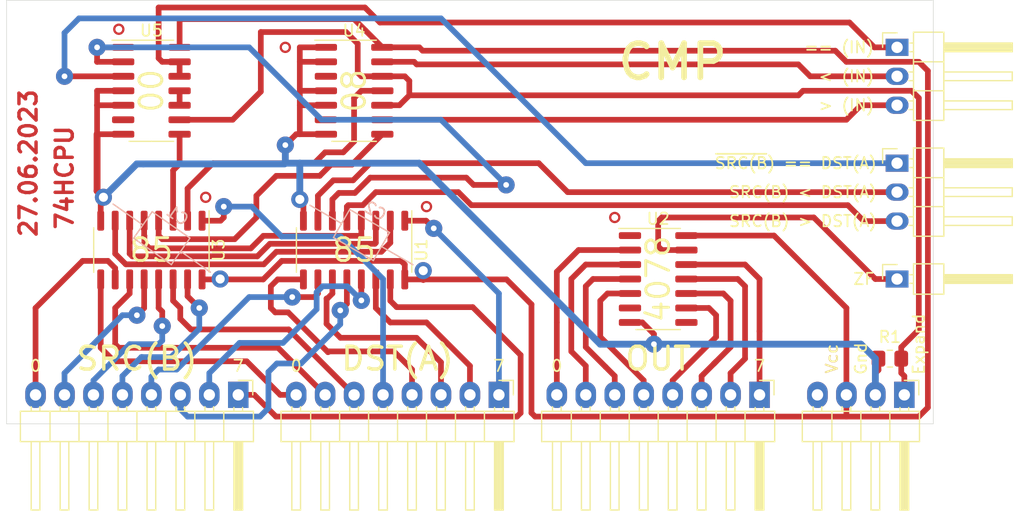
<source format=kicad_pcb>
(kicad_pcb (version 20171130) (host pcbnew "(5.1.8)-1")

  (general
    (thickness 1.6)
    (drawings 37)
    (tracks 380)
    (zones 0)
    (modules 15)
    (nets 50)
  )

  (page A4 portrait)
  (layers
    (0 F.Cu signal)
    (31 B.Cu signal)
    (32 B.Adhes user)
    (33 F.Adhes user)
    (34 B.Paste user)
    (35 F.Paste user)
    (36 B.SilkS user)
    (37 F.SilkS user)
    (38 B.Mask user)
    (39 F.Mask user)
    (40 Dwgs.User user)
    (41 Cmts.User user)
    (42 Eco1.User user)
    (43 Eco2.User user)
    (44 Edge.Cuts user)
    (45 Margin user)
    (46 B.CrtYd user)
    (47 F.CrtYd user)
    (48 B.Fab user)
    (49 F.Fab user)
  )

  (setup
    (last_trace_width 0.5)
    (user_trace_width 0.5)
    (user_trace_width 0.6)
    (user_trace_width 0.8)
    (trace_clearance 0.2)
    (zone_clearance 0.508)
    (zone_45_only no)
    (trace_min 0.2)
    (via_size 1.5)
    (via_drill 0.5)
    (via_min_size 0.4)
    (via_min_drill 0.3)
    (user_via 1.5 0.5)
    (uvia_size 0.3)
    (uvia_drill 0.1)
    (uvias_allowed no)
    (uvia_min_size 0.2)
    (uvia_min_drill 0.1)
    (edge_width 0.05)
    (segment_width 0.2)
    (pcb_text_width 0.3)
    (pcb_text_size 1.5 1.5)
    (mod_edge_width 0.12)
    (mod_text_size 1 1)
    (mod_text_width 0.15)
    (pad_size 1.5 1.5)
    (pad_drill 0.8)
    (pad_to_mask_clearance 0)
    (aux_axis_origin 55.88 44.1325)
    (visible_elements 7FFFFFFF)
    (pcbplotparams
      (layerselection 0x010f0_ffffffff)
      (usegerberextensions false)
      (usegerberattributes false)
      (usegerberadvancedattributes false)
      (creategerberjobfile false)
      (excludeedgelayer true)
      (linewidth 0.100000)
      (plotframeref false)
      (viasonmask false)
      (mode 1)
      (useauxorigin true)
      (hpglpennumber 1)
      (hpglpenspeed 20)
      (hpglpendiameter 15.000000)
      (psnegative false)
      (psa4output false)
      (plotreference true)
      (plotvalue true)
      (plotinvisibletext false)
      (padsonsilk false)
      (subtractmaskfromsilk false)
      (outputformat 1)
      (mirror false)
      (drillshape 0)
      (scaleselection 1)
      (outputdirectory "gerber/"))
  )

  (net 0 "")
  (net 1 /Latch)
  (net 2 VCC)
  (net 3 GND)
  (net 4 /B0)
  (net 5 /B1)
  (net 6 /B2)
  (net 7 /B3)
  (net 8 /B4)
  (net 9 /B5)
  (net 10 /B6)
  (net 11 /B7)
  (net 12 /A0)
  (net 13 /A1)
  (net 14 /A2)
  (net 15 /A3)
  (net 16 /A4)
  (net 17 /A5)
  (net 18 /A6)
  (net 19 /A7)
  (net 20 /O0)
  (net 21 /O1)
  (net 22 /O2)
  (net 23 /O3)
  (net 24 /O4)
  (net 25 /O5)
  (net 26 /O6)
  (net 27 /O7)
  (net 28 /EQ)
  (net 29 /LT)
  (net 30 /GT)
  (net 31 "Net-(U1-Pad4)")
  (net 32 "Net-(U1-Pad3)")
  (net 33 "Net-(U1-Pad2)")
  (net 34 /ZF)
  (net 35 "Net-(U2-Pad1)")
  (net 36 /Expand)
  (net 37 /EQ_IN)
  (net 38 /LT_IN)
  (net 39 /GT_IN)
  (net 40 "Net-(U2-Pad8)")
  (net 41 "Net-(U2-Pad6)")
  (net 42 "/GT(I)")
  (net 43 "/EQ(I)")
  (net 44 "/LT(I)")
  (net 45 "Net-(U4-Pad6)")
  (net 46 "Net-(U4-Pad3)")
  (net 47 "Net-(U5-Pad6)")
  (net 48 "Net-(U5-Pad10)")
  (net 49 "Net-(U1-Pad6)")

  (net_class Default "This is the default net class."
    (clearance 0.2)
    (trace_width 0.5)
    (via_dia 1.5)
    (via_drill 0.5)
    (uvia_dia 0.3)
    (uvia_drill 0.1)
    (add_net /A0)
    (add_net /A1)
    (add_net /A2)
    (add_net /A3)
    (add_net /A4)
    (add_net /A5)
    (add_net /A6)
    (add_net /A7)
    (add_net /B0)
    (add_net /B1)
    (add_net /B2)
    (add_net /B3)
    (add_net /B4)
    (add_net /B5)
    (add_net /B6)
    (add_net /B7)
    (add_net /EQ)
    (add_net "/EQ(I)")
    (add_net /EQ_IN)
    (add_net /Expand)
    (add_net /GT)
    (add_net "/GT(I)")
    (add_net /GT_IN)
    (add_net /LT)
    (add_net "/LT(I)")
    (add_net /LT_IN)
    (add_net /Latch)
    (add_net /O0)
    (add_net /O1)
    (add_net /O2)
    (add_net /O3)
    (add_net /O4)
    (add_net /O5)
    (add_net /O6)
    (add_net /O7)
    (add_net /ZF)
    (add_net GND)
    (add_net "Net-(U1-Pad2)")
    (add_net "Net-(U1-Pad3)")
    (add_net "Net-(U1-Pad4)")
    (add_net "Net-(U1-Pad6)")
    (add_net "Net-(U2-Pad1)")
    (add_net "Net-(U2-Pad6)")
    (add_net "Net-(U2-Pad8)")
    (add_net "Net-(U4-Pad3)")
    (add_net "Net-(U4-Pad6)")
    (add_net "Net-(U5-Pad10)")
    (add_net "Net-(U5-Pad6)")
    (add_net VCC)
  )

  (module Capacitor_THT:C_Axial_L3.8mm_D2.6mm_P12.50mm_Horizontal (layer B.Cu) (tedit 63A7800B) (tstamp 63A7B61C)
    (at 92.422818 67.845 150)
    (descr "C, Axial series, Axial, Horizontal, pin pitch=12.5mm, , length*diameter=3.8*2.6mm^2, http://www.vishay.com/docs/45231/arseries.pdf")
    (tags "C Axial series Axial Horizontal pin pitch 12.5mm  length 3.8mm diameter 2.6mm")
    (path /63A9EAB0)
    (fp_text reference C2 (at 6.25 2.42 150) (layer B.SilkS)
      (effects (font (size 1 1) (thickness 0.15)) (justify mirror))
    )
    (fp_text value 0.1uF (at 6.25 -2.42 150) (layer B.Fab)
      (effects (font (size 1 1) (thickness 0.15)) (justify mirror))
    )
    (fp_line (start 4.35 1.3) (end 4.35 -1.3) (layer B.Fab) (width 0.1))
    (fp_line (start 4.35 -1.3) (end 8.15 -1.3) (layer B.Fab) (width 0.1))
    (fp_line (start 8.15 -1.3) (end 8.15 1.3) (layer B.Fab) (width 0.1))
    (fp_line (start 8.15 1.3) (end 4.35 1.3) (layer B.Fab) (width 0.1))
    (fp_line (start 0 0) (end 4.35 0) (layer B.Fab) (width 0.1))
    (fp_line (start 12.5 0) (end 8.15 0) (layer B.Fab) (width 0.1))
    (fp_line (start 4.23 1.42) (end 4.23 -1.42) (layer B.SilkS) (width 0.12))
    (fp_line (start 4.23 -1.42) (end 8.27 -1.42) (layer B.SilkS) (width 0.12))
    (fp_line (start 8.27 -1.42) (end 8.27 1.42) (layer B.SilkS) (width 0.12))
    (fp_line (start 8.27 1.42) (end 4.23 1.42) (layer B.SilkS) (width 0.12))
    (fp_line (start 1.04 0) (end 4.23 0) (layer B.SilkS) (width 0.12))
    (fp_line (start 11.46 0) (end 8.27 0) (layer B.SilkS) (width 0.12))
    (fp_line (start -1.05 1.55) (end -1.05 -1.55) (layer B.CrtYd) (width 0.05))
    (fp_line (start -1.05 -1.55) (end 13.55 -1.55) (layer B.CrtYd) (width 0.05))
    (fp_line (start 13.55 -1.55) (end 13.55 1.55) (layer B.CrtYd) (width 0.05))
    (fp_line (start 13.55 1.55) (end -1.05 1.55) (layer B.CrtYd) (width 0.05))
    (fp_text user %R (at 6.25 0 150) (layer B.Fab)
      (effects (font (size 0.76 0.76) (thickness 0.114)) (justify mirror))
    )
    (pad 2 thru_hole circle (at 12.5 0 150) (size 1.5 1.5) (drill 0.8) (layers *.Cu *.Mask)
      (net 3 GND))
    (pad 1 thru_hole circle (at 0 0 150) (size 1.5 1.5) (drill 0.8) (layers *.Cu *.Mask)
      (net 2 VCC))
    (model ${KISYS3DMOD}/Capacitor_THT.3dshapes/C_Axial_L3.8mm_D2.6mm_P12.50mm_Horizontal.wrl
      (at (xyz 0 0 0))
      (scale (xyz 1 1 1))
      (rotate (xyz 0 0 0))
    )
  )

  (module Capacitor_THT:C_Axial_L3.8mm_D2.6mm_P12.50mm_Horizontal (layer B.Cu) (tedit 63A77FF3) (tstamp 63A7B605)
    (at 74.6125 68.58 145)
    (descr "C, Axial series, Axial, Horizontal, pin pitch=12.5mm, , length*diameter=3.8*2.6mm^2, http://www.vishay.com/docs/45231/arseries.pdf")
    (tags "C Axial series Axial Horizontal pin pitch 12.5mm  length 3.8mm diameter 2.6mm")
    (path /63AA00B9)
    (fp_text reference C1 (at 6.25 2.42 145) (layer B.SilkS)
      (effects (font (size 1 1) (thickness 0.15)) (justify mirror))
    )
    (fp_text value 0.1uF (at 6.25 -2.42 145) (layer B.Fab)
      (effects (font (size 1 1) (thickness 0.15)) (justify mirror))
    )
    (fp_line (start 4.35 1.3) (end 4.35 -1.3) (layer B.Fab) (width 0.1))
    (fp_line (start 4.35 -1.3) (end 8.15 -1.3) (layer B.Fab) (width 0.1))
    (fp_line (start 8.15 -1.3) (end 8.15 1.3) (layer B.Fab) (width 0.1))
    (fp_line (start 8.15 1.3) (end 4.35 1.3) (layer B.Fab) (width 0.1))
    (fp_line (start 0 0) (end 4.35 0) (layer B.Fab) (width 0.1))
    (fp_line (start 12.5 0) (end 8.15 0) (layer B.Fab) (width 0.1))
    (fp_line (start 4.23 1.42) (end 4.23 -1.42) (layer B.SilkS) (width 0.12))
    (fp_line (start 4.23 -1.42) (end 8.27 -1.42) (layer B.SilkS) (width 0.12))
    (fp_line (start 8.27 -1.42) (end 8.27 1.42) (layer B.SilkS) (width 0.12))
    (fp_line (start 8.27 1.42) (end 4.23 1.42) (layer B.SilkS) (width 0.12))
    (fp_line (start 1.04 0) (end 4.23 0) (layer B.SilkS) (width 0.12))
    (fp_line (start 11.46 0) (end 8.27 0) (layer B.SilkS) (width 0.12))
    (fp_line (start -1.05 1.55) (end -1.05 -1.55) (layer B.CrtYd) (width 0.05))
    (fp_line (start -1.05 -1.55) (end 13.55 -1.55) (layer B.CrtYd) (width 0.05))
    (fp_line (start 13.55 -1.55) (end 13.55 1.55) (layer B.CrtYd) (width 0.05))
    (fp_line (start 13.55 1.55) (end -1.05 1.55) (layer B.CrtYd) (width 0.05))
    (fp_text user %R (at 6.25 0 145) (layer B.Fab)
      (effects (font (size 0.76 0.76) (thickness 0.114)) (justify mirror))
    )
    (pad 2 thru_hole circle (at 12.5 -0.000001 145) (size 1.5 1.5) (drill 0.8) (layers *.Cu *.Mask)
      (net 3 GND))
    (pad 1 thru_hole circle (at 0 0 145) (size 1.5 1.5) (drill 0.8) (layers *.Cu *.Mask)
      (net 2 VCC))
    (model ${KISYS3DMOD}/Capacitor_THT.3dshapes/C_Axial_L3.8mm_D2.6mm_P12.50mm_Horizontal.wrl
      (at (xyz 0 0 0))
      (scale (xyz 1 1 1))
      (rotate (xyz 0 0 0))
    )
  )

  (module Resistor_SMD:R_0805_2012Metric_Pad1.20x1.40mm_HandSolder (layer F.Cu) (tedit 5F68FEEE) (tstamp 6365980D)
    (at 133.35 75.565 180)
    (descr "Resistor SMD 0805 (2012 Metric), square (rectangular) end terminal, IPC_7351 nominal with elongated pad for handsoldering. (Body size source: IPC-SM-782 page 72, https://www.pcb-3d.com/wordpress/wp-content/uploads/ipc-sm-782a_amendment_1_and_2.pdf), generated with kicad-footprint-generator")
    (tags "resistor handsolder")
    (path /63668488)
    (attr smd)
    (fp_text reference R1 (at 0 1.905) (layer F.SilkS)
      (effects (font (size 1 1) (thickness 0.15)))
    )
    (fp_text value 10k (at 0 1.65) (layer F.Fab)
      (effects (font (size 1 1) (thickness 0.15)))
    )
    (fp_line (start -1 0.625) (end -1 -0.625) (layer F.Fab) (width 0.1))
    (fp_line (start -1 -0.625) (end 1 -0.625) (layer F.Fab) (width 0.1))
    (fp_line (start 1 -0.625) (end 1 0.625) (layer F.Fab) (width 0.1))
    (fp_line (start 1 0.625) (end -1 0.625) (layer F.Fab) (width 0.1))
    (fp_line (start -0.227064 -0.735) (end 0.227064 -0.735) (layer F.SilkS) (width 0.12))
    (fp_line (start -0.227064 0.735) (end 0.227064 0.735) (layer F.SilkS) (width 0.12))
    (fp_line (start -1.85 0.95) (end -1.85 -0.95) (layer F.CrtYd) (width 0.05))
    (fp_line (start -1.85 -0.95) (end 1.85 -0.95) (layer F.CrtYd) (width 0.05))
    (fp_line (start 1.85 -0.95) (end 1.85 0.95) (layer F.CrtYd) (width 0.05))
    (fp_line (start 1.85 0.95) (end -1.85 0.95) (layer F.CrtYd) (width 0.05))
    (fp_text user %R (at 0 0) (layer F.Fab)
      (effects (font (size 0.5 0.5) (thickness 0.08)))
    )
    (pad 2 smd roundrect (at 1 0 180) (size 1.2 1.4) (layers F.Cu F.Paste F.Mask) (roundrect_rratio 0.2083325)
      (net 3 GND))
    (pad 1 smd roundrect (at -1 0 180) (size 1.2 1.4) (layers F.Cu F.Paste F.Mask) (roundrect_rratio 0.2083325)
      (net 36 /Expand))
    (model ${KISYS3DMOD}/Resistor_SMD.3dshapes/R_0805_2012Metric.wrl
      (at (xyz 0 0 0))
      (scale (xyz 1 1 1))
      (rotate (xyz 0 0 0))
    )
  )

  (module Package_SO:SO-14_3.9x8.65mm_P1.27mm (layer F.Cu) (tedit 5F427CE7) (tstamp 63661116)
    (at 68.58 52.07)
    (descr "SO, 14 Pin (https://www.st.com/resource/en/datasheet/l6491.pdf), generated with kicad-footprint-generator ipc_gullwing_generator.py")
    (tags "SO SO")
    (path /6369DF1D)
    (attr smd)
    (fp_text reference U5 (at 0 -5.28) (layer F.SilkS)
      (effects (font (size 1 1) (thickness 0.15)))
    )
    (fp_text value 74LS00 (at 0 5.28) (layer F.Fab)
      (effects (font (size 1 1) (thickness 0.15)))
    )
    (fp_line (start 0 4.435) (end 1.95 4.435) (layer F.SilkS) (width 0.12))
    (fp_line (start 0 4.435) (end -1.95 4.435) (layer F.SilkS) (width 0.12))
    (fp_line (start 0 -4.435) (end 1.95 -4.435) (layer F.SilkS) (width 0.12))
    (fp_line (start 0 -4.435) (end -3.45 -4.435) (layer F.SilkS) (width 0.12))
    (fp_line (start -0.975 -4.325) (end 1.95 -4.325) (layer F.Fab) (width 0.1))
    (fp_line (start 1.95 -4.325) (end 1.95 4.325) (layer F.Fab) (width 0.1))
    (fp_line (start 1.95 4.325) (end -1.95 4.325) (layer F.Fab) (width 0.1))
    (fp_line (start -1.95 4.325) (end -1.95 -3.35) (layer F.Fab) (width 0.1))
    (fp_line (start -1.95 -3.35) (end -0.975 -4.325) (layer F.Fab) (width 0.1))
    (fp_line (start -3.7 -4.58) (end -3.7 4.58) (layer F.CrtYd) (width 0.05))
    (fp_line (start -3.7 4.58) (end 3.7 4.58) (layer F.CrtYd) (width 0.05))
    (fp_line (start 3.7 4.58) (end 3.7 -4.58) (layer F.CrtYd) (width 0.05))
    (fp_line (start 3.7 -4.58) (end -3.7 -4.58) (layer F.CrtYd) (width 0.05))
    (fp_text user %R (at 0 0) (layer F.Fab)
      (effects (font (size 0.98 0.98) (thickness 0.15)))
    )
    (pad 14 smd roundrect (at 2.475 -3.81) (size 1.95 0.6) (layers F.Cu F.Paste F.Mask) (roundrect_rratio 0.25)
      (net 2 VCC))
    (pad 13 smd roundrect (at 2.475 -2.54) (size 1.95 0.6) (layers F.Cu F.Paste F.Mask) (roundrect_rratio 0.25)
      (net 37 /EQ_IN))
    (pad 12 smd roundrect (at 2.475 -1.27) (size 1.95 0.6) (layers F.Cu F.Paste F.Mask) (roundrect_rratio 0.25)
      (net 37 /EQ_IN))
    (pad 11 smd roundrect (at 2.475 0) (size 1.95 0.6) (layers F.Cu F.Paste F.Mask) (roundrect_rratio 0.25)
      (net 48 "Net-(U5-Pad10)"))
    (pad 10 smd roundrect (at 2.475 1.27) (size 1.95 0.6) (layers F.Cu F.Paste F.Mask) (roundrect_rratio 0.25)
      (net 48 "Net-(U5-Pad10)"))
    (pad 9 smd roundrect (at 2.475 2.54) (size 1.95 0.6) (layers F.Cu F.Paste F.Mask) (roundrect_rratio 0.25)
      (net 36 /Expand))
    (pad 8 smd roundrect (at 2.475 3.81) (size 1.95 0.6) (layers F.Cu F.Paste F.Mask) (roundrect_rratio 0.25)
      (net 43 "/EQ(I)"))
    (pad 7 smd roundrect (at -2.475 3.81) (size 1.95 0.6) (layers F.Cu F.Paste F.Mask) (roundrect_rratio 0.25)
      (net 3 GND))
    (pad 6 smd roundrect (at -2.475 2.54) (size 1.95 0.6) (layers F.Cu F.Paste F.Mask) (roundrect_rratio 0.25)
      (net 47 "Net-(U5-Pad6)"))
    (pad 5 smd roundrect (at -2.475 1.27) (size 1.95 0.6) (layers F.Cu F.Paste F.Mask) (roundrect_rratio 0.25)
      (net 3 GND))
    (pad 4 smd roundrect (at -2.475 0) (size 1.95 0.6) (layers F.Cu F.Paste F.Mask) (roundrect_rratio 0.25)
      (net 3 GND))
    (pad 3 smd roundrect (at -2.475 -1.27) (size 1.95 0.6) (layers F.Cu F.Paste F.Mask) (roundrect_rratio 0.25)
      (net 28 /EQ))
    (pad 2 smd roundrect (at -2.475 -2.54) (size 1.95 0.6) (layers F.Cu F.Paste F.Mask) (roundrect_rratio 0.25)
      (net 49 "Net-(U1-Pad6)"))
    (pad 1 smd roundrect (at -2.475 -3.81) (size 1.95 0.6) (layers F.Cu F.Paste F.Mask) (roundrect_rratio 0.25)
      (net 49 "Net-(U1-Pad6)"))
    (model ${KISYS3DMOD}/Package_SO.3dshapes/SO-14_3.9x8.65mm_P1.27mm.wrl
      (at (xyz 0 0 0))
      (scale (xyz 1 1 1))
      (rotate (xyz 0 0 0))
    )
  )

  (module Package_SO:SO-14_3.9x8.65mm_P1.27mm (layer F.Cu) (tedit 5F427CE7) (tstamp 636610F6)
    (at 86.36 52.07)
    (descr "SO, 14 Pin (https://www.st.com/resource/en/datasheet/l6491.pdf), generated with kicad-footprint-generator ipc_gullwing_generator.py")
    (tags "SO SO")
    (path /63674782)
    (attr smd)
    (fp_text reference U4 (at 0 -5.28) (layer F.SilkS)
      (effects (font (size 1 1) (thickness 0.15)))
    )
    (fp_text value 74LS08 (at 0 5.28) (layer F.Fab)
      (effects (font (size 1 1) (thickness 0.15)))
    )
    (fp_line (start 0 4.435) (end 1.95 4.435) (layer F.SilkS) (width 0.12))
    (fp_line (start 0 4.435) (end -1.95 4.435) (layer F.SilkS) (width 0.12))
    (fp_line (start 0 -4.435) (end 1.95 -4.435) (layer F.SilkS) (width 0.12))
    (fp_line (start 0 -4.435) (end -3.45 -4.435) (layer F.SilkS) (width 0.12))
    (fp_line (start -0.975 -4.325) (end 1.95 -4.325) (layer F.Fab) (width 0.1))
    (fp_line (start 1.95 -4.325) (end 1.95 4.325) (layer F.Fab) (width 0.1))
    (fp_line (start 1.95 4.325) (end -1.95 4.325) (layer F.Fab) (width 0.1))
    (fp_line (start -1.95 4.325) (end -1.95 -3.35) (layer F.Fab) (width 0.1))
    (fp_line (start -1.95 -3.35) (end -0.975 -4.325) (layer F.Fab) (width 0.1))
    (fp_line (start -3.7 -4.58) (end -3.7 4.58) (layer F.CrtYd) (width 0.05))
    (fp_line (start -3.7 4.58) (end 3.7 4.58) (layer F.CrtYd) (width 0.05))
    (fp_line (start 3.7 4.58) (end 3.7 -4.58) (layer F.CrtYd) (width 0.05))
    (fp_line (start 3.7 -4.58) (end -3.7 -4.58) (layer F.CrtYd) (width 0.05))
    (fp_text user %R (at 0 0) (layer F.Fab)
      (effects (font (size 0.98 0.98) (thickness 0.15)))
    )
    (pad 14 smd roundrect (at 2.475 -3.81) (size 1.95 0.6) (layers F.Cu F.Paste F.Mask) (roundrect_rratio 0.25)
      (net 2 VCC))
    (pad 13 smd roundrect (at 2.475 -2.54) (size 1.95 0.6) (layers F.Cu F.Paste F.Mask) (roundrect_rratio 0.25)
      (net 38 /LT_IN))
    (pad 12 smd roundrect (at 2.475 -1.27) (size 1.95 0.6) (layers F.Cu F.Paste F.Mask) (roundrect_rratio 0.25)
      (net 36 /Expand))
    (pad 11 smd roundrect (at 2.475 0) (size 1.95 0.6) (layers F.Cu F.Paste F.Mask) (roundrect_rratio 0.25)
      (net 44 "/LT(I)"))
    (pad 10 smd roundrect (at 2.475 1.27) (size 1.95 0.6) (layers F.Cu F.Paste F.Mask) (roundrect_rratio 0.25)
      (net 36 /Expand))
    (pad 9 smd roundrect (at 2.475 2.54) (size 1.95 0.6) (layers F.Cu F.Paste F.Mask) (roundrect_rratio 0.25)
      (net 39 /GT_IN))
    (pad 8 smd roundrect (at 2.475 3.81) (size 1.95 0.6) (layers F.Cu F.Paste F.Mask) (roundrect_rratio 0.25)
      (net 42 "/GT(I)"))
    (pad 7 smd roundrect (at -2.475 3.81) (size 1.95 0.6) (layers F.Cu F.Paste F.Mask) (roundrect_rratio 0.25)
      (net 3 GND))
    (pad 6 smd roundrect (at -2.475 2.54) (size 1.95 0.6) (layers F.Cu F.Paste F.Mask) (roundrect_rratio 0.25)
      (net 45 "Net-(U4-Pad6)"))
    (pad 5 smd roundrect (at -2.475 1.27) (size 1.95 0.6) (layers F.Cu F.Paste F.Mask) (roundrect_rratio 0.25)
      (net 3 GND))
    (pad 4 smd roundrect (at -2.475 0) (size 1.95 0.6) (layers F.Cu F.Paste F.Mask) (roundrect_rratio 0.25)
      (net 3 GND))
    (pad 3 smd roundrect (at -2.475 -1.27) (size 1.95 0.6) (layers F.Cu F.Paste F.Mask) (roundrect_rratio 0.25)
      (net 46 "Net-(U4-Pad3)"))
    (pad 2 smd roundrect (at -2.475 -2.54) (size 1.95 0.6) (layers F.Cu F.Paste F.Mask) (roundrect_rratio 0.25)
      (net 3 GND))
    (pad 1 smd roundrect (at -2.475 -3.81) (size 1.95 0.6) (layers F.Cu F.Paste F.Mask) (roundrect_rratio 0.25)
      (net 3 GND))
    (model ${KISYS3DMOD}/Package_SO.3dshapes/SO-14_3.9x8.65mm_P1.27mm.wrl
      (at (xyz 0 0 0))
      (scale (xyz 1 1 1))
      (rotate (xyz 0 0 0))
    )
  )

  (module Package_SO:SO-14_3.9x8.65mm_P1.27mm (layer F.Cu) (tedit 5F427CE7) (tstamp 63657E73)
    (at 113.03 68.58)
    (descr "SO, 14 Pin (https://www.st.com/resource/en/datasheet/l6491.pdf), generated with kicad-footprint-generator ipc_gullwing_generator.py")
    (tags "SO SO")
    (path /63626B73)
    (attr smd)
    (fp_text reference U2 (at 0 -5.28) (layer F.SilkS)
      (effects (font (size 1 1) (thickness 0.15)))
    )
    (fp_text value 74HC4078 (at 0 5.28) (layer F.Fab)
      (effects (font (size 1 1) (thickness 0.15)))
    )
    (fp_line (start 0 4.435) (end 1.95 4.435) (layer F.SilkS) (width 0.12))
    (fp_line (start 0 4.435) (end -1.95 4.435) (layer F.SilkS) (width 0.12))
    (fp_line (start 0 -4.435) (end 1.95 -4.435) (layer F.SilkS) (width 0.12))
    (fp_line (start 0 -4.435) (end -3.45 -4.435) (layer F.SilkS) (width 0.12))
    (fp_line (start -0.975 -4.325) (end 1.95 -4.325) (layer F.Fab) (width 0.1))
    (fp_line (start 1.95 -4.325) (end 1.95 4.325) (layer F.Fab) (width 0.1))
    (fp_line (start 1.95 4.325) (end -1.95 4.325) (layer F.Fab) (width 0.1))
    (fp_line (start -1.95 4.325) (end -1.95 -3.35) (layer F.Fab) (width 0.1))
    (fp_line (start -1.95 -3.35) (end -0.975 -4.325) (layer F.Fab) (width 0.1))
    (fp_line (start -3.7 -4.58) (end -3.7 4.58) (layer F.CrtYd) (width 0.05))
    (fp_line (start -3.7 4.58) (end 3.7 4.58) (layer F.CrtYd) (width 0.05))
    (fp_line (start 3.7 4.58) (end 3.7 -4.58) (layer F.CrtYd) (width 0.05))
    (fp_line (start 3.7 -4.58) (end -3.7 -4.58) (layer F.CrtYd) (width 0.05))
    (fp_text user %R (at 0 0) (layer F.Fab)
      (effects (font (size 0.98 0.98) (thickness 0.15)))
    )
    (pad 14 smd roundrect (at 2.475 -3.81) (size 1.95 0.6) (layers F.Cu F.Paste F.Mask) (roundrect_rratio 0.25)
      (net 2 VCC))
    (pad 13 smd roundrect (at 2.475 -2.54) (size 1.95 0.6) (layers F.Cu F.Paste F.Mask) (roundrect_rratio 0.25)
      (net 34 /ZF))
    (pad 12 smd roundrect (at 2.475 -1.27) (size 1.95 0.6) (layers F.Cu F.Paste F.Mask) (roundrect_rratio 0.25)
      (net 27 /O7))
    (pad 11 smd roundrect (at 2.475 0) (size 1.95 0.6) (layers F.Cu F.Paste F.Mask) (roundrect_rratio 0.25)
      (net 26 /O6))
    (pad 10 smd roundrect (at 2.475 1.27) (size 1.95 0.6) (layers F.Cu F.Paste F.Mask) (roundrect_rratio 0.25)
      (net 25 /O5))
    (pad 9 smd roundrect (at 2.475 2.54) (size 1.95 0.6) (layers F.Cu F.Paste F.Mask) (roundrect_rratio 0.25)
      (net 24 /O4))
    (pad 8 smd roundrect (at 2.475 3.81) (size 1.95 0.6) (layers F.Cu F.Paste F.Mask) (roundrect_rratio 0.25)
      (net 40 "Net-(U2-Pad8)"))
    (pad 7 smd roundrect (at -2.475 3.81) (size 1.95 0.6) (layers F.Cu F.Paste F.Mask) (roundrect_rratio 0.25)
      (net 3 GND))
    (pad 6 smd roundrect (at -2.475 2.54) (size 1.95 0.6) (layers F.Cu F.Paste F.Mask) (roundrect_rratio 0.25)
      (net 41 "Net-(U2-Pad6)"))
    (pad 5 smd roundrect (at -2.475 1.27) (size 1.95 0.6) (layers F.Cu F.Paste F.Mask) (roundrect_rratio 0.25)
      (net 23 /O3))
    (pad 4 smd roundrect (at -2.475 0) (size 1.95 0.6) (layers F.Cu F.Paste F.Mask) (roundrect_rratio 0.25)
      (net 22 /O2))
    (pad 3 smd roundrect (at -2.475 -1.27) (size 1.95 0.6) (layers F.Cu F.Paste F.Mask) (roundrect_rratio 0.25)
      (net 21 /O1))
    (pad 2 smd roundrect (at -2.475 -2.54) (size 1.95 0.6) (layers F.Cu F.Paste F.Mask) (roundrect_rratio 0.25)
      (net 20 /O0))
    (pad 1 smd roundrect (at -2.475 -3.81) (size 1.95 0.6) (layers F.Cu F.Paste F.Mask) (roundrect_rratio 0.25)
      (net 35 "Net-(U2-Pad1)"))
    (model ${KISYS3DMOD}/Package_SO.3dshapes/SO-14_3.9x8.65mm_P1.27mm.wrl
      (at (xyz 0 0 0))
      (scale (xyz 1 1 1))
      (rotate (xyz 0 0 0))
    )
  )

  (module Connector_PinHeader_2.54mm:PinHeader_1x01_P2.54mm_Horizontal (layer F.Cu) (tedit 63663A5F) (tstamp 63661033)
    (at 133.985 68.58)
    (descr "Through hole angled pin header, 1x01, 2.54mm pitch, 6mm pin length, single row")
    (tags "Through hole angled pin header THT 1x01 2.54mm single row")
    (path /6367D40A)
    (fp_text reference J7 (at 0 -2.54) (layer F.SilkS) hide
      (effects (font (size 1 1) (thickness 0.15)))
    )
    (fp_text value Conn_01x01_Male (at 4.385 2.27) (layer F.Fab)
      (effects (font (size 1 1) (thickness 0.15)))
    )
    (fp_line (start 2.135 -1.27) (end 4.04 -1.27) (layer F.Fab) (width 0.1))
    (fp_line (start 4.04 -1.27) (end 4.04 1.27) (layer F.Fab) (width 0.1))
    (fp_line (start 4.04 1.27) (end 1.5 1.27) (layer F.Fab) (width 0.1))
    (fp_line (start 1.5 1.27) (end 1.5 -0.635) (layer F.Fab) (width 0.1))
    (fp_line (start 1.5 -0.635) (end 2.135 -1.27) (layer F.Fab) (width 0.1))
    (fp_line (start -0.32 -0.32) (end 1.5 -0.32) (layer F.Fab) (width 0.1))
    (fp_line (start -0.32 -0.32) (end -0.32 0.32) (layer F.Fab) (width 0.1))
    (fp_line (start -0.32 0.32) (end 1.5 0.32) (layer F.Fab) (width 0.1))
    (fp_line (start 4.04 -0.32) (end 10.04 -0.32) (layer F.Fab) (width 0.1))
    (fp_line (start 10.04 -0.32) (end 10.04 0.32) (layer F.Fab) (width 0.1))
    (fp_line (start 4.04 0.32) (end 10.04 0.32) (layer F.Fab) (width 0.1))
    (fp_line (start 1.44 -1.33) (end 1.44 1.33) (layer F.SilkS) (width 0.12))
    (fp_line (start 1.44 1.33) (end 4.1 1.33) (layer F.SilkS) (width 0.12))
    (fp_line (start 4.1 1.33) (end 4.1 -1.33) (layer F.SilkS) (width 0.12))
    (fp_line (start 4.1 -1.33) (end 1.44 -1.33) (layer F.SilkS) (width 0.12))
    (fp_line (start 4.1 -0.38) (end 10.1 -0.38) (layer F.SilkS) (width 0.12))
    (fp_line (start 10.1 -0.38) (end 10.1 0.38) (layer F.SilkS) (width 0.12))
    (fp_line (start 10.1 0.38) (end 4.1 0.38) (layer F.SilkS) (width 0.12))
    (fp_line (start 4.1 -0.32) (end 10.1 -0.32) (layer F.SilkS) (width 0.12))
    (fp_line (start 4.1 -0.2) (end 10.1 -0.2) (layer F.SilkS) (width 0.12))
    (fp_line (start 4.1 -0.08) (end 10.1 -0.08) (layer F.SilkS) (width 0.12))
    (fp_line (start 4.1 0.04) (end 10.1 0.04) (layer F.SilkS) (width 0.12))
    (fp_line (start 4.1 0.16) (end 10.1 0.16) (layer F.SilkS) (width 0.12))
    (fp_line (start 4.1 0.28) (end 10.1 0.28) (layer F.SilkS) (width 0.12))
    (fp_line (start 1.11 -0.38) (end 1.44 -0.38) (layer F.SilkS) (width 0.12))
    (fp_line (start 1.11 0.38) (end 1.44 0.38) (layer F.SilkS) (width 0.12))
    (fp_line (start -1.27 0) (end -1.27 -1.27) (layer F.SilkS) (width 0.12))
    (fp_line (start -1.27 -1.27) (end 0 -1.27) (layer F.SilkS) (width 0.12))
    (fp_line (start -1.8 -1.8) (end -1.8 1.8) (layer F.CrtYd) (width 0.05))
    (fp_line (start -1.8 1.8) (end 10.55 1.8) (layer F.CrtYd) (width 0.05))
    (fp_line (start 10.55 1.8) (end 10.55 -1.8) (layer F.CrtYd) (width 0.05))
    (fp_line (start 10.55 -1.8) (end -1.8 -1.8) (layer F.CrtYd) (width 0.05))
    (fp_text user %R (at 2.77 0 90) (layer F.Fab)
      (effects (font (size 1 1) (thickness 0.15)))
    )
    (pad 1 thru_hole rect (at 0 0) (size 2 1.5) (drill 1) (layers *.Cu *.Mask)
      (net 34 /ZF))
    (model ${KISYS3DMOD}/Connector_PinHeader_2.54mm.3dshapes/PinHeader_1x01_P2.54mm_Horizontal.wrl
      (at (xyz 0 0 0))
      (scale (xyz 1 1 1))
      (rotate (xyz 0 0 0))
    )
  )

  (module Package_SO:SO-16_3.9x9.9mm_P1.27mm (layer F.Cu) (tedit 5E888720) (tstamp 6365ADE9)
    (at 68.58 66.04 270)
    (descr "SO, 16 Pin (https://www.nxp.com/docs/en/package-information/SOT109-1.pdf), generated with kicad-footprint-generator ipc_gullwing_generator.py")
    (tags "SO SO")
    (path /6361A8AE)
    (attr smd)
    (fp_text reference U3 (at 0 -5.9 90) (layer F.SilkS)
      (effects (font (size 1 1) (thickness 0.15)))
    )
    (fp_text value 74LS85 (at 0 5.9 90) (layer F.Fab)
      (effects (font (size 1 1) (thickness 0.15)))
    )
    (fp_line (start 0 5.06) (end 1.95 5.06) (layer F.SilkS) (width 0.12))
    (fp_line (start 0 5.06) (end -1.95 5.06) (layer F.SilkS) (width 0.12))
    (fp_line (start 0 -5.06) (end 1.95 -5.06) (layer F.SilkS) (width 0.12))
    (fp_line (start 0 -5.06) (end -3.45 -5.06) (layer F.SilkS) (width 0.12))
    (fp_line (start -0.975 -4.95) (end 1.95 -4.95) (layer F.Fab) (width 0.1))
    (fp_line (start 1.95 -4.95) (end 1.95 4.95) (layer F.Fab) (width 0.1))
    (fp_line (start 1.95 4.95) (end -1.95 4.95) (layer F.Fab) (width 0.1))
    (fp_line (start -1.95 4.95) (end -1.95 -3.975) (layer F.Fab) (width 0.1))
    (fp_line (start -1.95 -3.975) (end -0.975 -4.95) (layer F.Fab) (width 0.1))
    (fp_line (start -3.7 -5.2) (end -3.7 5.2) (layer F.CrtYd) (width 0.05))
    (fp_line (start -3.7 5.2) (end 3.7 5.2) (layer F.CrtYd) (width 0.05))
    (fp_line (start 3.7 5.2) (end 3.7 -5.2) (layer F.CrtYd) (width 0.05))
    (fp_line (start 3.7 -5.2) (end -3.7 -5.2) (layer F.CrtYd) (width 0.05))
    (fp_text user %R (at 0 0 90) (layer F.Fab)
      (effects (font (size 0.98 0.98) (thickness 0.15)))
    )
    (pad 16 smd roundrect (at 2.575 -4.445 270) (size 1.75 0.6) (layers F.Cu F.Paste F.Mask) (roundrect_rratio 0.25)
      (net 2 VCC))
    (pad 15 smd roundrect (at 2.575 -3.175 270) (size 1.75 0.6) (layers F.Cu F.Paste F.Mask) (roundrect_rratio 0.25)
      (net 15 /A3))
    (pad 14 smd roundrect (at 2.575 -1.905 270) (size 1.75 0.6) (layers F.Cu F.Paste F.Mask) (roundrect_rratio 0.25)
      (net 6 /B2))
    (pad 13 smd roundrect (at 2.575 -0.635 270) (size 1.75 0.6) (layers F.Cu F.Paste F.Mask) (roundrect_rratio 0.25)
      (net 14 /A2))
    (pad 12 smd roundrect (at 2.575 0.635 270) (size 1.75 0.6) (layers F.Cu F.Paste F.Mask) (roundrect_rratio 0.25)
      (net 13 /A1))
    (pad 11 smd roundrect (at 2.575 1.905 270) (size 1.75 0.6) (layers F.Cu F.Paste F.Mask) (roundrect_rratio 0.25)
      (net 5 /B1))
    (pad 10 smd roundrect (at 2.575 3.175 270) (size 1.75 0.6) (layers F.Cu F.Paste F.Mask) (roundrect_rratio 0.25)
      (net 12 /A0))
    (pad 9 smd roundrect (at 2.575 4.445 270) (size 1.75 0.6) (layers F.Cu F.Paste F.Mask) (roundrect_rratio 0.25)
      (net 4 /B0))
    (pad 8 smd roundrect (at -2.575 4.445 270) (size 1.75 0.6) (layers F.Cu F.Paste F.Mask) (roundrect_rratio 0.25)
      (net 3 GND))
    (pad 7 smd roundrect (at -2.575 3.175 270) (size 1.75 0.6) (layers F.Cu F.Paste F.Mask) (roundrect_rratio 0.25)
      (net 33 "Net-(U1-Pad2)"))
    (pad 6 smd roundrect (at -2.575 1.905 270) (size 1.75 0.6) (layers F.Cu F.Paste F.Mask) (roundrect_rratio 0.25)
      (net 32 "Net-(U1-Pad3)"))
    (pad 5 smd roundrect (at -2.575 0.635 270) (size 1.75 0.6) (layers F.Cu F.Paste F.Mask) (roundrect_rratio 0.25)
      (net 31 "Net-(U1-Pad4)"))
    (pad 4 smd roundrect (at -2.575 -0.635 270) (size 1.75 0.6) (layers F.Cu F.Paste F.Mask) (roundrect_rratio 0.25)
      (net 42 "/GT(I)"))
    (pad 3 smd roundrect (at -2.575 -1.905 270) (size 1.75 0.6) (layers F.Cu F.Paste F.Mask) (roundrect_rratio 0.25)
      (net 43 "/EQ(I)"))
    (pad 2 smd roundrect (at -2.575 -3.175 270) (size 1.75 0.6) (layers F.Cu F.Paste F.Mask) (roundrect_rratio 0.25)
      (net 44 "/LT(I)"))
    (pad 1 smd roundrect (at -2.575 -4.445 270) (size 1.75 0.6) (layers F.Cu F.Paste F.Mask) (roundrect_rratio 0.25)
      (net 7 /B3))
    (model ${KISYS3DMOD}/Package_SO.3dshapes/SO-16_3.9x9.9mm_P1.27mm.wrl
      (at (xyz 0 0 0))
      (scale (xyz 1 1 1))
      (rotate (xyz 0 0 0))
    )
  )

  (module Package_SO:SO-16_3.9x9.9mm_P1.27mm (layer F.Cu) (tedit 5E888720) (tstamp 6365ADA7)
    (at 86.36 66.04 270)
    (descr "SO, 16 Pin (https://www.nxp.com/docs/en/package-information/SOT109-1.pdf), generated with kicad-footprint-generator ipc_gullwing_generator.py")
    (tags "SO SO")
    (path /636195CA)
    (attr smd)
    (fp_text reference U1 (at 0 -5.9 90) (layer F.SilkS)
      (effects (font (size 1 1) (thickness 0.15)))
    )
    (fp_text value 74LS85 (at 0 5.9 90) (layer F.Fab)
      (effects (font (size 1 1) (thickness 0.15)))
    )
    (fp_line (start 0 5.06) (end 1.95 5.06) (layer F.SilkS) (width 0.12))
    (fp_line (start 0 5.06) (end -1.95 5.06) (layer F.SilkS) (width 0.12))
    (fp_line (start 0 -5.06) (end 1.95 -5.06) (layer F.SilkS) (width 0.12))
    (fp_line (start 0 -5.06) (end -3.45 -5.06) (layer F.SilkS) (width 0.12))
    (fp_line (start -0.975 -4.95) (end 1.95 -4.95) (layer F.Fab) (width 0.1))
    (fp_line (start 1.95 -4.95) (end 1.95 4.95) (layer F.Fab) (width 0.1))
    (fp_line (start 1.95 4.95) (end -1.95 4.95) (layer F.Fab) (width 0.1))
    (fp_line (start -1.95 4.95) (end -1.95 -3.975) (layer F.Fab) (width 0.1))
    (fp_line (start -1.95 -3.975) (end -0.975 -4.95) (layer F.Fab) (width 0.1))
    (fp_line (start -3.7 -5.2) (end -3.7 5.2) (layer F.CrtYd) (width 0.05))
    (fp_line (start -3.7 5.2) (end 3.7 5.2) (layer F.CrtYd) (width 0.05))
    (fp_line (start 3.7 5.2) (end 3.7 -5.2) (layer F.CrtYd) (width 0.05))
    (fp_line (start 3.7 -5.2) (end -3.7 -5.2) (layer F.CrtYd) (width 0.05))
    (fp_text user %R (at 0 0 90) (layer F.Fab)
      (effects (font (size 0.98 0.98) (thickness 0.15)))
    )
    (pad 16 smd roundrect (at 2.575 -4.445 270) (size 1.75 0.6) (layers F.Cu F.Paste F.Mask) (roundrect_rratio 0.25)
      (net 2 VCC))
    (pad 15 smd roundrect (at 2.575 -3.175 270) (size 1.75 0.6) (layers F.Cu F.Paste F.Mask) (roundrect_rratio 0.25)
      (net 19 /A7))
    (pad 14 smd roundrect (at 2.575 -1.905 270) (size 1.75 0.6) (layers F.Cu F.Paste F.Mask) (roundrect_rratio 0.25)
      (net 10 /B6))
    (pad 13 smd roundrect (at 2.575 -0.635 270) (size 1.75 0.6) (layers F.Cu F.Paste F.Mask) (roundrect_rratio 0.25)
      (net 18 /A6))
    (pad 12 smd roundrect (at 2.575 0.635 270) (size 1.75 0.6) (layers F.Cu F.Paste F.Mask) (roundrect_rratio 0.25)
      (net 17 /A5))
    (pad 11 smd roundrect (at 2.575 1.905 270) (size 1.75 0.6) (layers F.Cu F.Paste F.Mask) (roundrect_rratio 0.25)
      (net 9 /B5))
    (pad 10 smd roundrect (at 2.575 3.175 270) (size 1.75 0.6) (layers F.Cu F.Paste F.Mask) (roundrect_rratio 0.25)
      (net 16 /A4))
    (pad 9 smd roundrect (at 2.575 4.445 270) (size 1.75 0.6) (layers F.Cu F.Paste F.Mask) (roundrect_rratio 0.25)
      (net 8 /B4))
    (pad 8 smd roundrect (at -2.575 4.445 270) (size 1.75 0.6) (layers F.Cu F.Paste F.Mask) (roundrect_rratio 0.25)
      (net 3 GND))
    (pad 7 smd roundrect (at -2.575 3.175 270) (size 1.75 0.6) (layers F.Cu F.Paste F.Mask) (roundrect_rratio 0.25)
      (net 29 /LT))
    (pad 6 smd roundrect (at -2.575 1.905 270) (size 1.75 0.6) (layers F.Cu F.Paste F.Mask) (roundrect_rratio 0.25)
      (net 49 "Net-(U1-Pad6)"))
    (pad 5 smd roundrect (at -2.575 0.635 270) (size 1.75 0.6) (layers F.Cu F.Paste F.Mask) (roundrect_rratio 0.25)
      (net 30 /GT))
    (pad 4 smd roundrect (at -2.575 -0.635 270) (size 1.75 0.6) (layers F.Cu F.Paste F.Mask) (roundrect_rratio 0.25)
      (net 31 "Net-(U1-Pad4)"))
    (pad 3 smd roundrect (at -2.575 -1.905 270) (size 1.75 0.6) (layers F.Cu F.Paste F.Mask) (roundrect_rratio 0.25)
      (net 32 "Net-(U1-Pad3)"))
    (pad 2 smd roundrect (at -2.575 -3.175 270) (size 1.75 0.6) (layers F.Cu F.Paste F.Mask) (roundrect_rratio 0.25)
      (net 33 "Net-(U1-Pad2)"))
    (pad 1 smd roundrect (at -2.575 -4.445 270) (size 1.75 0.6) (layers F.Cu F.Paste F.Mask) (roundrect_rratio 0.25)
      (net 11 /B7))
    (model ${KISYS3DMOD}/Package_SO.3dshapes/SO-16_3.9x9.9mm_P1.27mm.wrl
      (at (xyz 0 0 0))
      (scale (xyz 1 1 1))
      (rotate (xyz 0 0 0))
    )
  )

  (module Connector_PinHeader_2.54mm:PinHeader_1x03_P2.54mm_Horizontal (layer F.Cu) (tedit 63663A40) (tstamp 6365AD85)
    (at 133.985 48.26)
    (descr "Through hole angled pin header, 1x03, 2.54mm pitch, 6mm pin length, single row")
    (tags "Through hole angled pin header THT 1x03 2.54mm single row")
    (path /6363769E)
    (fp_text reference J6 (at 0.635 -2.54) (layer F.SilkS) hide
      (effects (font (size 1 1) (thickness 0.15)))
    )
    (fp_text value Conn_01x03_Male (at 4.385 7.35) (layer F.Fab)
      (effects (font (size 1 1) (thickness 0.15)))
    )
    (fp_line (start 2.135 -1.27) (end 4.04 -1.27) (layer F.Fab) (width 0.1))
    (fp_line (start 4.04 -1.27) (end 4.04 6.35) (layer F.Fab) (width 0.1))
    (fp_line (start 4.04 6.35) (end 1.5 6.35) (layer F.Fab) (width 0.1))
    (fp_line (start 1.5 6.35) (end 1.5 -0.635) (layer F.Fab) (width 0.1))
    (fp_line (start 1.5 -0.635) (end 2.135 -1.27) (layer F.Fab) (width 0.1))
    (fp_line (start -0.32 -0.32) (end 1.5 -0.32) (layer F.Fab) (width 0.1))
    (fp_line (start -0.32 -0.32) (end -0.32 0.32) (layer F.Fab) (width 0.1))
    (fp_line (start -0.32 0.32) (end 1.5 0.32) (layer F.Fab) (width 0.1))
    (fp_line (start 4.04 -0.32) (end 10.04 -0.32) (layer F.Fab) (width 0.1))
    (fp_line (start 10.04 -0.32) (end 10.04 0.32) (layer F.Fab) (width 0.1))
    (fp_line (start 4.04 0.32) (end 10.04 0.32) (layer F.Fab) (width 0.1))
    (fp_line (start -0.32 2.22) (end 1.5 2.22) (layer F.Fab) (width 0.1))
    (fp_line (start -0.32 2.22) (end -0.32 2.86) (layer F.Fab) (width 0.1))
    (fp_line (start -0.32 2.86) (end 1.5 2.86) (layer F.Fab) (width 0.1))
    (fp_line (start 4.04 2.22) (end 10.04 2.22) (layer F.Fab) (width 0.1))
    (fp_line (start 10.04 2.22) (end 10.04 2.86) (layer F.Fab) (width 0.1))
    (fp_line (start 4.04 2.86) (end 10.04 2.86) (layer F.Fab) (width 0.1))
    (fp_line (start -0.32 4.76) (end 1.5 4.76) (layer F.Fab) (width 0.1))
    (fp_line (start -0.32 4.76) (end -0.32 5.4) (layer F.Fab) (width 0.1))
    (fp_line (start -0.32 5.4) (end 1.5 5.4) (layer F.Fab) (width 0.1))
    (fp_line (start 4.04 4.76) (end 10.04 4.76) (layer F.Fab) (width 0.1))
    (fp_line (start 10.04 4.76) (end 10.04 5.4) (layer F.Fab) (width 0.1))
    (fp_line (start 4.04 5.4) (end 10.04 5.4) (layer F.Fab) (width 0.1))
    (fp_line (start 1.44 -1.33) (end 1.44 6.41) (layer F.SilkS) (width 0.12))
    (fp_line (start 1.44 6.41) (end 4.1 6.41) (layer F.SilkS) (width 0.12))
    (fp_line (start 4.1 6.41) (end 4.1 -1.33) (layer F.SilkS) (width 0.12))
    (fp_line (start 4.1 -1.33) (end 1.44 -1.33) (layer F.SilkS) (width 0.12))
    (fp_line (start 4.1 -0.38) (end 10.1 -0.38) (layer F.SilkS) (width 0.12))
    (fp_line (start 10.1 -0.38) (end 10.1 0.38) (layer F.SilkS) (width 0.12))
    (fp_line (start 10.1 0.38) (end 4.1 0.38) (layer F.SilkS) (width 0.12))
    (fp_line (start 4.1 -0.32) (end 10.1 -0.32) (layer F.SilkS) (width 0.12))
    (fp_line (start 4.1 -0.2) (end 10.1 -0.2) (layer F.SilkS) (width 0.12))
    (fp_line (start 4.1 -0.08) (end 10.1 -0.08) (layer F.SilkS) (width 0.12))
    (fp_line (start 4.1 0.04) (end 10.1 0.04) (layer F.SilkS) (width 0.12))
    (fp_line (start 4.1 0.16) (end 10.1 0.16) (layer F.SilkS) (width 0.12))
    (fp_line (start 4.1 0.28) (end 10.1 0.28) (layer F.SilkS) (width 0.12))
    (fp_line (start 1.11 -0.38) (end 1.44 -0.38) (layer F.SilkS) (width 0.12))
    (fp_line (start 1.11 0.38) (end 1.44 0.38) (layer F.SilkS) (width 0.12))
    (fp_line (start 1.44 1.27) (end 4.1 1.27) (layer F.SilkS) (width 0.12))
    (fp_line (start 4.1 2.16) (end 10.1 2.16) (layer F.SilkS) (width 0.12))
    (fp_line (start 10.1 2.16) (end 10.1 2.92) (layer F.SilkS) (width 0.12))
    (fp_line (start 10.1 2.92) (end 4.1 2.92) (layer F.SilkS) (width 0.12))
    (fp_line (start 1.042929 2.16) (end 1.44 2.16) (layer F.SilkS) (width 0.12))
    (fp_line (start 1.042929 2.92) (end 1.44 2.92) (layer F.SilkS) (width 0.12))
    (fp_line (start 1.44 3.81) (end 4.1 3.81) (layer F.SilkS) (width 0.12))
    (fp_line (start 4.1 4.7) (end 10.1 4.7) (layer F.SilkS) (width 0.12))
    (fp_line (start 10.1 4.7) (end 10.1 5.46) (layer F.SilkS) (width 0.12))
    (fp_line (start 10.1 5.46) (end 4.1 5.46) (layer F.SilkS) (width 0.12))
    (fp_line (start 1.042929 4.7) (end 1.44 4.7) (layer F.SilkS) (width 0.12))
    (fp_line (start 1.042929 5.46) (end 1.44 5.46) (layer F.SilkS) (width 0.12))
    (fp_line (start -1.27 0) (end -1.27 -1.27) (layer F.SilkS) (width 0.12))
    (fp_line (start -1.27 -1.27) (end 0 -1.27) (layer F.SilkS) (width 0.12))
    (fp_line (start -1.8 -1.8) (end -1.8 6.85) (layer F.CrtYd) (width 0.05))
    (fp_line (start -1.8 6.85) (end 10.55 6.85) (layer F.CrtYd) (width 0.05))
    (fp_line (start 10.55 6.85) (end 10.55 -1.8) (layer F.CrtYd) (width 0.05))
    (fp_line (start 10.55 -1.8) (end -1.8 -1.8) (layer F.CrtYd) (width 0.05))
    (fp_text user %R (at 2.77 2.54 90) (layer F.Fab)
      (effects (font (size 1 1) (thickness 0.15)))
    )
    (pad 3 thru_hole oval (at 0 5.08) (size 2 1.5) (drill 1) (layers *.Cu *.Mask)
      (net 39 /GT_IN))
    (pad 2 thru_hole oval (at 0 2.54) (size 2 1.5) (drill 1) (layers *.Cu *.Mask)
      (net 38 /LT_IN))
    (pad 1 thru_hole rect (at 0 0) (size 2 1.5) (drill 1) (layers *.Cu *.Mask)
      (net 37 /EQ_IN))
    (model ${KISYS3DMOD}/Connector_PinHeader_2.54mm.3dshapes/PinHeader_1x03_P2.54mm_Horizontal.wrl
      (at (xyz 0 0 0))
      (scale (xyz 1 1 1))
      (rotate (xyz 0 0 0))
    )
  )

  (module Connector_PinHeader_2.54mm:PinHeader_1x03_P2.54mm_Horizontal (layer F.Cu) (tedit 63663A57) (tstamp 6365AD45)
    (at 133.985 58.42)
    (descr "Through hole angled pin header, 1x03, 2.54mm pitch, 6mm pin length, single row")
    (tags "Through hole angled pin header THT 1x03 2.54mm single row")
    (path /636353B9)
    (fp_text reference J5 (at 0 -2.54) (layer F.SilkS) hide
      (effects (font (size 1 1) (thickness 0.15)))
    )
    (fp_text value Conn_01x03_Male (at 4.385 7.35) (layer F.Fab)
      (effects (font (size 1 1) (thickness 0.15)))
    )
    (fp_line (start 2.135 -1.27) (end 4.04 -1.27) (layer F.Fab) (width 0.1))
    (fp_line (start 4.04 -1.27) (end 4.04 6.35) (layer F.Fab) (width 0.1))
    (fp_line (start 4.04 6.35) (end 1.5 6.35) (layer F.Fab) (width 0.1))
    (fp_line (start 1.5 6.35) (end 1.5 -0.635) (layer F.Fab) (width 0.1))
    (fp_line (start 1.5 -0.635) (end 2.135 -1.27) (layer F.Fab) (width 0.1))
    (fp_line (start -0.32 -0.32) (end 1.5 -0.32) (layer F.Fab) (width 0.1))
    (fp_line (start -0.32 -0.32) (end -0.32 0.32) (layer F.Fab) (width 0.1))
    (fp_line (start -0.32 0.32) (end 1.5 0.32) (layer F.Fab) (width 0.1))
    (fp_line (start 4.04 -0.32) (end 10.04 -0.32) (layer F.Fab) (width 0.1))
    (fp_line (start 10.04 -0.32) (end 10.04 0.32) (layer F.Fab) (width 0.1))
    (fp_line (start 4.04 0.32) (end 10.04 0.32) (layer F.Fab) (width 0.1))
    (fp_line (start -0.32 2.22) (end 1.5 2.22) (layer F.Fab) (width 0.1))
    (fp_line (start -0.32 2.22) (end -0.32 2.86) (layer F.Fab) (width 0.1))
    (fp_line (start -0.32 2.86) (end 1.5 2.86) (layer F.Fab) (width 0.1))
    (fp_line (start 4.04 2.22) (end 10.04 2.22) (layer F.Fab) (width 0.1))
    (fp_line (start 10.04 2.22) (end 10.04 2.86) (layer F.Fab) (width 0.1))
    (fp_line (start 4.04 2.86) (end 10.04 2.86) (layer F.Fab) (width 0.1))
    (fp_line (start -0.32 4.76) (end 1.5 4.76) (layer F.Fab) (width 0.1))
    (fp_line (start -0.32 4.76) (end -0.32 5.4) (layer F.Fab) (width 0.1))
    (fp_line (start -0.32 5.4) (end 1.5 5.4) (layer F.Fab) (width 0.1))
    (fp_line (start 4.04 4.76) (end 10.04 4.76) (layer F.Fab) (width 0.1))
    (fp_line (start 10.04 4.76) (end 10.04 5.4) (layer F.Fab) (width 0.1))
    (fp_line (start 4.04 5.4) (end 10.04 5.4) (layer F.Fab) (width 0.1))
    (fp_line (start 1.44 -1.33) (end 1.44 6.41) (layer F.SilkS) (width 0.12))
    (fp_line (start 1.44 6.41) (end 4.1 6.41) (layer F.SilkS) (width 0.12))
    (fp_line (start 4.1 6.41) (end 4.1 -1.33) (layer F.SilkS) (width 0.12))
    (fp_line (start 4.1 -1.33) (end 1.44 -1.33) (layer F.SilkS) (width 0.12))
    (fp_line (start 4.1 -0.38) (end 10.1 -0.38) (layer F.SilkS) (width 0.12))
    (fp_line (start 10.1 -0.38) (end 10.1 0.38) (layer F.SilkS) (width 0.12))
    (fp_line (start 10.1 0.38) (end 4.1 0.38) (layer F.SilkS) (width 0.12))
    (fp_line (start 4.1 -0.32) (end 10.1 -0.32) (layer F.SilkS) (width 0.12))
    (fp_line (start 4.1 -0.2) (end 10.1 -0.2) (layer F.SilkS) (width 0.12))
    (fp_line (start 4.1 -0.08) (end 10.1 -0.08) (layer F.SilkS) (width 0.12))
    (fp_line (start 4.1 0.04) (end 10.1 0.04) (layer F.SilkS) (width 0.12))
    (fp_line (start 4.1 0.16) (end 10.1 0.16) (layer F.SilkS) (width 0.12))
    (fp_line (start 4.1 0.28) (end 10.1 0.28) (layer F.SilkS) (width 0.12))
    (fp_line (start 1.11 -0.38) (end 1.44 -0.38) (layer F.SilkS) (width 0.12))
    (fp_line (start 1.11 0.38) (end 1.44 0.38) (layer F.SilkS) (width 0.12))
    (fp_line (start 1.44 1.27) (end 4.1 1.27) (layer F.SilkS) (width 0.12))
    (fp_line (start 4.1 2.16) (end 10.1 2.16) (layer F.SilkS) (width 0.12))
    (fp_line (start 10.1 2.16) (end 10.1 2.92) (layer F.SilkS) (width 0.12))
    (fp_line (start 10.1 2.92) (end 4.1 2.92) (layer F.SilkS) (width 0.12))
    (fp_line (start 1.042929 2.16) (end 1.44 2.16) (layer F.SilkS) (width 0.12))
    (fp_line (start 1.042929 2.92) (end 1.44 2.92) (layer F.SilkS) (width 0.12))
    (fp_line (start 1.44 3.81) (end 4.1 3.81) (layer F.SilkS) (width 0.12))
    (fp_line (start 4.1 4.7) (end 10.1 4.7) (layer F.SilkS) (width 0.12))
    (fp_line (start 10.1 4.7) (end 10.1 5.46) (layer F.SilkS) (width 0.12))
    (fp_line (start 10.1 5.46) (end 4.1 5.46) (layer F.SilkS) (width 0.12))
    (fp_line (start 1.042929 4.7) (end 1.44 4.7) (layer F.SilkS) (width 0.12))
    (fp_line (start 1.042929 5.46) (end 1.44 5.46) (layer F.SilkS) (width 0.12))
    (fp_line (start -1.27 0) (end -1.27 -1.27) (layer F.SilkS) (width 0.12))
    (fp_line (start -1.27 -1.27) (end 0 -1.27) (layer F.SilkS) (width 0.12))
    (fp_line (start -1.8 -1.8) (end -1.8 6.85) (layer F.CrtYd) (width 0.05))
    (fp_line (start -1.8 6.85) (end 10.55 6.85) (layer F.CrtYd) (width 0.05))
    (fp_line (start 10.55 6.85) (end 10.55 -1.8) (layer F.CrtYd) (width 0.05))
    (fp_line (start 10.55 -1.8) (end -1.8 -1.8) (layer F.CrtYd) (width 0.05))
    (fp_text user %R (at 2.77 2.54 90) (layer F.Fab)
      (effects (font (size 1 1) (thickness 0.15)))
    )
    (pad 3 thru_hole oval (at 0 5.08) (size 2 1.5) (drill 1) (layers *.Cu *.Mask)
      (net 30 /GT))
    (pad 2 thru_hole oval (at 0 2.54) (size 2 1.5) (drill 1) (layers *.Cu *.Mask)
      (net 29 /LT))
    (pad 1 thru_hole rect (at 0 0) (size 2 1.5) (drill 1) (layers *.Cu *.Mask)
      (net 28 /EQ))
    (model ${KISYS3DMOD}/Connector_PinHeader_2.54mm.3dshapes/PinHeader_1x03_P2.54mm_Horizontal.wrl
      (at (xyz 0 0 0))
      (scale (xyz 1 1 1))
      (rotate (xyz 0 0 0))
    )
  )

  (module Connector_PinHeader_2.54mm:PinHeader_1x08_P2.54mm_Horizontal (layer F.Cu) (tedit 59FED5CB) (tstamp 6365AD05)
    (at 121.92 78.74 270)
    (descr "Through hole angled pin header, 1x08, 2.54mm pitch, 6mm pin length, single row")
    (tags "Through hole angled pin header THT 1x08 2.54mm single row")
    (path /6361B9C5)
    (fp_text reference J4 (at 0 -2.27 90) (layer F.SilkS) hide
      (effects (font (size 1 1) (thickness 0.15)))
    )
    (fp_text value Conn_01x08_Male (at 4.385 20.05 90) (layer F.Fab)
      (effects (font (size 1 1) (thickness 0.15)))
    )
    (fp_line (start 2.135 -1.27) (end 4.04 -1.27) (layer F.Fab) (width 0.1))
    (fp_line (start 4.04 -1.27) (end 4.04 19.05) (layer F.Fab) (width 0.1))
    (fp_line (start 4.04 19.05) (end 1.5 19.05) (layer F.Fab) (width 0.1))
    (fp_line (start 1.5 19.05) (end 1.5 -0.635) (layer F.Fab) (width 0.1))
    (fp_line (start 1.5 -0.635) (end 2.135 -1.27) (layer F.Fab) (width 0.1))
    (fp_line (start -0.32 -0.32) (end 1.5 -0.32) (layer F.Fab) (width 0.1))
    (fp_line (start -0.32 -0.32) (end -0.32 0.32) (layer F.Fab) (width 0.1))
    (fp_line (start -0.32 0.32) (end 1.5 0.32) (layer F.Fab) (width 0.1))
    (fp_line (start 4.04 -0.32) (end 10.04 -0.32) (layer F.Fab) (width 0.1))
    (fp_line (start 10.04 -0.32) (end 10.04 0.32) (layer F.Fab) (width 0.1))
    (fp_line (start 4.04 0.32) (end 10.04 0.32) (layer F.Fab) (width 0.1))
    (fp_line (start -0.32 2.22) (end 1.5 2.22) (layer F.Fab) (width 0.1))
    (fp_line (start -0.32 2.22) (end -0.32 2.86) (layer F.Fab) (width 0.1))
    (fp_line (start -0.32 2.86) (end 1.5 2.86) (layer F.Fab) (width 0.1))
    (fp_line (start 4.04 2.22) (end 10.04 2.22) (layer F.Fab) (width 0.1))
    (fp_line (start 10.04 2.22) (end 10.04 2.86) (layer F.Fab) (width 0.1))
    (fp_line (start 4.04 2.86) (end 10.04 2.86) (layer F.Fab) (width 0.1))
    (fp_line (start -0.32 4.76) (end 1.5 4.76) (layer F.Fab) (width 0.1))
    (fp_line (start -0.32 4.76) (end -0.32 5.4) (layer F.Fab) (width 0.1))
    (fp_line (start -0.32 5.4) (end 1.5 5.4) (layer F.Fab) (width 0.1))
    (fp_line (start 4.04 4.76) (end 10.04 4.76) (layer F.Fab) (width 0.1))
    (fp_line (start 10.04 4.76) (end 10.04 5.4) (layer F.Fab) (width 0.1))
    (fp_line (start 4.04 5.4) (end 10.04 5.4) (layer F.Fab) (width 0.1))
    (fp_line (start -0.32 7.3) (end 1.5 7.3) (layer F.Fab) (width 0.1))
    (fp_line (start -0.32 7.3) (end -0.32 7.94) (layer F.Fab) (width 0.1))
    (fp_line (start -0.32 7.94) (end 1.5 7.94) (layer F.Fab) (width 0.1))
    (fp_line (start 4.04 7.3) (end 10.04 7.3) (layer F.Fab) (width 0.1))
    (fp_line (start 10.04 7.3) (end 10.04 7.94) (layer F.Fab) (width 0.1))
    (fp_line (start 4.04 7.94) (end 10.04 7.94) (layer F.Fab) (width 0.1))
    (fp_line (start -0.32 9.84) (end 1.5 9.84) (layer F.Fab) (width 0.1))
    (fp_line (start -0.32 9.84) (end -0.32 10.48) (layer F.Fab) (width 0.1))
    (fp_line (start -0.32 10.48) (end 1.5 10.48) (layer F.Fab) (width 0.1))
    (fp_line (start 4.04 9.84) (end 10.04 9.84) (layer F.Fab) (width 0.1))
    (fp_line (start 10.04 9.84) (end 10.04 10.48) (layer F.Fab) (width 0.1))
    (fp_line (start 4.04 10.48) (end 10.04 10.48) (layer F.Fab) (width 0.1))
    (fp_line (start -0.32 12.38) (end 1.5 12.38) (layer F.Fab) (width 0.1))
    (fp_line (start -0.32 12.38) (end -0.32 13.02) (layer F.Fab) (width 0.1))
    (fp_line (start -0.32 13.02) (end 1.5 13.02) (layer F.Fab) (width 0.1))
    (fp_line (start 4.04 12.38) (end 10.04 12.38) (layer F.Fab) (width 0.1))
    (fp_line (start 10.04 12.38) (end 10.04 13.02) (layer F.Fab) (width 0.1))
    (fp_line (start 4.04 13.02) (end 10.04 13.02) (layer F.Fab) (width 0.1))
    (fp_line (start -0.32 14.92) (end 1.5 14.92) (layer F.Fab) (width 0.1))
    (fp_line (start -0.32 14.92) (end -0.32 15.56) (layer F.Fab) (width 0.1))
    (fp_line (start -0.32 15.56) (end 1.5 15.56) (layer F.Fab) (width 0.1))
    (fp_line (start 4.04 14.92) (end 10.04 14.92) (layer F.Fab) (width 0.1))
    (fp_line (start 10.04 14.92) (end 10.04 15.56) (layer F.Fab) (width 0.1))
    (fp_line (start 4.04 15.56) (end 10.04 15.56) (layer F.Fab) (width 0.1))
    (fp_line (start -0.32 17.46) (end 1.5 17.46) (layer F.Fab) (width 0.1))
    (fp_line (start -0.32 17.46) (end -0.32 18.1) (layer F.Fab) (width 0.1))
    (fp_line (start -0.32 18.1) (end 1.5 18.1) (layer F.Fab) (width 0.1))
    (fp_line (start 4.04 17.46) (end 10.04 17.46) (layer F.Fab) (width 0.1))
    (fp_line (start 10.04 17.46) (end 10.04 18.1) (layer F.Fab) (width 0.1))
    (fp_line (start 4.04 18.1) (end 10.04 18.1) (layer F.Fab) (width 0.1))
    (fp_line (start 1.44 -1.33) (end 1.44 19.11) (layer F.SilkS) (width 0.12))
    (fp_line (start 1.44 19.11) (end 4.1 19.11) (layer F.SilkS) (width 0.12))
    (fp_line (start 4.1 19.11) (end 4.1 -1.33) (layer F.SilkS) (width 0.12))
    (fp_line (start 4.1 -1.33) (end 1.44 -1.33) (layer F.SilkS) (width 0.12))
    (fp_line (start 4.1 -0.38) (end 10.1 -0.38) (layer F.SilkS) (width 0.12))
    (fp_line (start 10.1 -0.38) (end 10.1 0.38) (layer F.SilkS) (width 0.12))
    (fp_line (start 10.1 0.38) (end 4.1 0.38) (layer F.SilkS) (width 0.12))
    (fp_line (start 4.1 -0.32) (end 10.1 -0.32) (layer F.SilkS) (width 0.12))
    (fp_line (start 4.1 -0.2) (end 10.1 -0.2) (layer F.SilkS) (width 0.12))
    (fp_line (start 4.1 -0.08) (end 10.1 -0.08) (layer F.SilkS) (width 0.12))
    (fp_line (start 4.1 0.04) (end 10.1 0.04) (layer F.SilkS) (width 0.12))
    (fp_line (start 4.1 0.16) (end 10.1 0.16) (layer F.SilkS) (width 0.12))
    (fp_line (start 4.1 0.28) (end 10.1 0.28) (layer F.SilkS) (width 0.12))
    (fp_line (start 1.11 -0.38) (end 1.44 -0.38) (layer F.SilkS) (width 0.12))
    (fp_line (start 1.11 0.38) (end 1.44 0.38) (layer F.SilkS) (width 0.12))
    (fp_line (start 1.44 1.27) (end 4.1 1.27) (layer F.SilkS) (width 0.12))
    (fp_line (start 4.1 2.16) (end 10.1 2.16) (layer F.SilkS) (width 0.12))
    (fp_line (start 10.1 2.16) (end 10.1 2.92) (layer F.SilkS) (width 0.12))
    (fp_line (start 10.1 2.92) (end 4.1 2.92) (layer F.SilkS) (width 0.12))
    (fp_line (start 1.042929 2.16) (end 1.44 2.16) (layer F.SilkS) (width 0.12))
    (fp_line (start 1.042929 2.92) (end 1.44 2.92) (layer F.SilkS) (width 0.12))
    (fp_line (start 1.44 3.81) (end 4.1 3.81) (layer F.SilkS) (width 0.12))
    (fp_line (start 4.1 4.7) (end 10.1 4.7) (layer F.SilkS) (width 0.12))
    (fp_line (start 10.1 4.7) (end 10.1 5.46) (layer F.SilkS) (width 0.12))
    (fp_line (start 10.1 5.46) (end 4.1 5.46) (layer F.SilkS) (width 0.12))
    (fp_line (start 1.042929 4.7) (end 1.44 4.7) (layer F.SilkS) (width 0.12))
    (fp_line (start 1.042929 5.46) (end 1.44 5.46) (layer F.SilkS) (width 0.12))
    (fp_line (start 1.44 6.35) (end 4.1 6.35) (layer F.SilkS) (width 0.12))
    (fp_line (start 4.1 7.24) (end 10.1 7.24) (layer F.SilkS) (width 0.12))
    (fp_line (start 10.1 7.24) (end 10.1 8) (layer F.SilkS) (width 0.12))
    (fp_line (start 10.1 8) (end 4.1 8) (layer F.SilkS) (width 0.12))
    (fp_line (start 1.042929 7.24) (end 1.44 7.24) (layer F.SilkS) (width 0.12))
    (fp_line (start 1.042929 8) (end 1.44 8) (layer F.SilkS) (width 0.12))
    (fp_line (start 1.44 8.89) (end 4.1 8.89) (layer F.SilkS) (width 0.12))
    (fp_line (start 4.1 9.78) (end 10.1 9.78) (layer F.SilkS) (width 0.12))
    (fp_line (start 10.1 9.78) (end 10.1 10.54) (layer F.SilkS) (width 0.12))
    (fp_line (start 10.1 10.54) (end 4.1 10.54) (layer F.SilkS) (width 0.12))
    (fp_line (start 1.042929 9.78) (end 1.44 9.78) (layer F.SilkS) (width 0.12))
    (fp_line (start 1.042929 10.54) (end 1.44 10.54) (layer F.SilkS) (width 0.12))
    (fp_line (start 1.44 11.43) (end 4.1 11.43) (layer F.SilkS) (width 0.12))
    (fp_line (start 4.1 12.32) (end 10.1 12.32) (layer F.SilkS) (width 0.12))
    (fp_line (start 10.1 12.32) (end 10.1 13.08) (layer F.SilkS) (width 0.12))
    (fp_line (start 10.1 13.08) (end 4.1 13.08) (layer F.SilkS) (width 0.12))
    (fp_line (start 1.042929 12.32) (end 1.44 12.32) (layer F.SilkS) (width 0.12))
    (fp_line (start 1.042929 13.08) (end 1.44 13.08) (layer F.SilkS) (width 0.12))
    (fp_line (start 1.44 13.97) (end 4.1 13.97) (layer F.SilkS) (width 0.12))
    (fp_line (start 4.1 14.86) (end 10.1 14.86) (layer F.SilkS) (width 0.12))
    (fp_line (start 10.1 14.86) (end 10.1 15.62) (layer F.SilkS) (width 0.12))
    (fp_line (start 10.1 15.62) (end 4.1 15.62) (layer F.SilkS) (width 0.12))
    (fp_line (start 1.042929 14.86) (end 1.44 14.86) (layer F.SilkS) (width 0.12))
    (fp_line (start 1.042929 15.62) (end 1.44 15.62) (layer F.SilkS) (width 0.12))
    (fp_line (start 1.44 16.51) (end 4.1 16.51) (layer F.SilkS) (width 0.12))
    (fp_line (start 4.1 17.4) (end 10.1 17.4) (layer F.SilkS) (width 0.12))
    (fp_line (start 10.1 17.4) (end 10.1 18.16) (layer F.SilkS) (width 0.12))
    (fp_line (start 10.1 18.16) (end 4.1 18.16) (layer F.SilkS) (width 0.12))
    (fp_line (start 1.042929 17.4) (end 1.44 17.4) (layer F.SilkS) (width 0.12))
    (fp_line (start 1.042929 18.16) (end 1.44 18.16) (layer F.SilkS) (width 0.12))
    (fp_line (start -1.27 0) (end -1.27 -1.27) (layer F.SilkS) (width 0.12))
    (fp_line (start -1.27 -1.27) (end 0 -1.27) (layer F.SilkS) (width 0.12))
    (fp_line (start -1.8 -1.8) (end -1.8 19.55) (layer F.CrtYd) (width 0.05))
    (fp_line (start -1.8 19.55) (end 10.55 19.55) (layer F.CrtYd) (width 0.05))
    (fp_line (start 10.55 19.55) (end 10.55 -1.8) (layer F.CrtYd) (width 0.05))
    (fp_line (start 10.55 -1.8) (end -1.8 -1.8) (layer F.CrtYd) (width 0.05))
    (fp_text user %R (at 2.77 8.89) (layer F.Fab)
      (effects (font (size 1 1) (thickness 0.15)))
    )
    (pad 8 thru_hole oval (at 0 17.78 270) (size 2.3 1.8) (drill 1) (layers *.Cu *.Mask)
      (net 20 /O0))
    (pad 7 thru_hole oval (at 0 15.24 270) (size 2.3 1.8) (drill 1) (layers *.Cu *.Mask)
      (net 21 /O1))
    (pad 6 thru_hole oval (at 0 12.7 270) (size 2.3 1.8) (drill 1) (layers *.Cu *.Mask)
      (net 22 /O2))
    (pad 5 thru_hole oval (at 0 10.16 270) (size 2.3 1.8) (drill 1) (layers *.Cu *.Mask)
      (net 23 /O3))
    (pad 4 thru_hole oval (at 0 7.62 270) (size 2.3 1.8) (drill 1) (layers *.Cu *.Mask)
      (net 24 /O4))
    (pad 3 thru_hole oval (at 0 5.08 270) (size 2.3 1.8) (drill 1) (layers *.Cu *.Mask)
      (net 25 /O5))
    (pad 2 thru_hole oval (at 0 2.54 270) (size 2.3 1.8) (drill 1) (layers *.Cu *.Mask)
      (net 26 /O6))
    (pad 1 thru_hole rect (at 0 0 270) (size 2.3 1.8) (drill 1) (layers *.Cu *.Mask)
      (net 27 /O7))
    (model ${KISYS3DMOD}/Connector_PinHeader_2.54mm.3dshapes/PinHeader_1x08_P2.54mm_Horizontal.wrl
      (at (xyz 0 0 0))
      (scale (xyz 1 1 1))
      (rotate (xyz 0 0 0))
    )
  )

  (module Connector_PinHeader_2.54mm:PinHeader_1x08_P2.54mm_Horizontal (layer F.Cu) (tedit 59FED5CB) (tstamp 6365AC84)
    (at 76.2 78.74 270)
    (descr "Through hole angled pin header, 1x08, 2.54mm pitch, 6mm pin length, single row")
    (tags "Through hole angled pin header THT 1x08 2.54mm single row")
    (path /6361AA19)
    (fp_text reference J3 (at 0.635 -2.27 90) (layer F.SilkS) hide
      (effects (font (size 1 1) (thickness 0.15)))
    )
    (fp_text value Conn_01x08_Male (at 4.385 20.05 90) (layer F.Fab)
      (effects (font (size 1 1) (thickness 0.15)))
    )
    (fp_line (start 2.135 -1.27) (end 4.04 -1.27) (layer F.Fab) (width 0.1))
    (fp_line (start 4.04 -1.27) (end 4.04 19.05) (layer F.Fab) (width 0.1))
    (fp_line (start 4.04 19.05) (end 1.5 19.05) (layer F.Fab) (width 0.1))
    (fp_line (start 1.5 19.05) (end 1.5 -0.635) (layer F.Fab) (width 0.1))
    (fp_line (start 1.5 -0.635) (end 2.135 -1.27) (layer F.Fab) (width 0.1))
    (fp_line (start -0.32 -0.32) (end 1.5 -0.32) (layer F.Fab) (width 0.1))
    (fp_line (start -0.32 -0.32) (end -0.32 0.32) (layer F.Fab) (width 0.1))
    (fp_line (start -0.32 0.32) (end 1.5 0.32) (layer F.Fab) (width 0.1))
    (fp_line (start 4.04 -0.32) (end 10.04 -0.32) (layer F.Fab) (width 0.1))
    (fp_line (start 10.04 -0.32) (end 10.04 0.32) (layer F.Fab) (width 0.1))
    (fp_line (start 4.04 0.32) (end 10.04 0.32) (layer F.Fab) (width 0.1))
    (fp_line (start -0.32 2.22) (end 1.5 2.22) (layer F.Fab) (width 0.1))
    (fp_line (start -0.32 2.22) (end -0.32 2.86) (layer F.Fab) (width 0.1))
    (fp_line (start -0.32 2.86) (end 1.5 2.86) (layer F.Fab) (width 0.1))
    (fp_line (start 4.04 2.22) (end 10.04 2.22) (layer F.Fab) (width 0.1))
    (fp_line (start 10.04 2.22) (end 10.04 2.86) (layer F.Fab) (width 0.1))
    (fp_line (start 4.04 2.86) (end 10.04 2.86) (layer F.Fab) (width 0.1))
    (fp_line (start -0.32 4.76) (end 1.5 4.76) (layer F.Fab) (width 0.1))
    (fp_line (start -0.32 4.76) (end -0.32 5.4) (layer F.Fab) (width 0.1))
    (fp_line (start -0.32 5.4) (end 1.5 5.4) (layer F.Fab) (width 0.1))
    (fp_line (start 4.04 4.76) (end 10.04 4.76) (layer F.Fab) (width 0.1))
    (fp_line (start 10.04 4.76) (end 10.04 5.4) (layer F.Fab) (width 0.1))
    (fp_line (start 4.04 5.4) (end 10.04 5.4) (layer F.Fab) (width 0.1))
    (fp_line (start -0.32 7.3) (end 1.5 7.3) (layer F.Fab) (width 0.1))
    (fp_line (start -0.32 7.3) (end -0.32 7.94) (layer F.Fab) (width 0.1))
    (fp_line (start -0.32 7.94) (end 1.5 7.94) (layer F.Fab) (width 0.1))
    (fp_line (start 4.04 7.3) (end 10.04 7.3) (layer F.Fab) (width 0.1))
    (fp_line (start 10.04 7.3) (end 10.04 7.94) (layer F.Fab) (width 0.1))
    (fp_line (start 4.04 7.94) (end 10.04 7.94) (layer F.Fab) (width 0.1))
    (fp_line (start -0.32 9.84) (end 1.5 9.84) (layer F.Fab) (width 0.1))
    (fp_line (start -0.32 9.84) (end -0.32 10.48) (layer F.Fab) (width 0.1))
    (fp_line (start -0.32 10.48) (end 1.5 10.48) (layer F.Fab) (width 0.1))
    (fp_line (start 4.04 9.84) (end 10.04 9.84) (layer F.Fab) (width 0.1))
    (fp_line (start 10.04 9.84) (end 10.04 10.48) (layer F.Fab) (width 0.1))
    (fp_line (start 4.04 10.48) (end 10.04 10.48) (layer F.Fab) (width 0.1))
    (fp_line (start -0.32 12.38) (end 1.5 12.38) (layer F.Fab) (width 0.1))
    (fp_line (start -0.32 12.38) (end -0.32 13.02) (layer F.Fab) (width 0.1))
    (fp_line (start -0.32 13.02) (end 1.5 13.02) (layer F.Fab) (width 0.1))
    (fp_line (start 4.04 12.38) (end 10.04 12.38) (layer F.Fab) (width 0.1))
    (fp_line (start 10.04 12.38) (end 10.04 13.02) (layer F.Fab) (width 0.1))
    (fp_line (start 4.04 13.02) (end 10.04 13.02) (layer F.Fab) (width 0.1))
    (fp_line (start -0.32 14.92) (end 1.5 14.92) (layer F.Fab) (width 0.1))
    (fp_line (start -0.32 14.92) (end -0.32 15.56) (layer F.Fab) (width 0.1))
    (fp_line (start -0.32 15.56) (end 1.5 15.56) (layer F.Fab) (width 0.1))
    (fp_line (start 4.04 14.92) (end 10.04 14.92) (layer F.Fab) (width 0.1))
    (fp_line (start 10.04 14.92) (end 10.04 15.56) (layer F.Fab) (width 0.1))
    (fp_line (start 4.04 15.56) (end 10.04 15.56) (layer F.Fab) (width 0.1))
    (fp_line (start -0.32 17.46) (end 1.5 17.46) (layer F.Fab) (width 0.1))
    (fp_line (start -0.32 17.46) (end -0.32 18.1) (layer F.Fab) (width 0.1))
    (fp_line (start -0.32 18.1) (end 1.5 18.1) (layer F.Fab) (width 0.1))
    (fp_line (start 4.04 17.46) (end 10.04 17.46) (layer F.Fab) (width 0.1))
    (fp_line (start 10.04 17.46) (end 10.04 18.1) (layer F.Fab) (width 0.1))
    (fp_line (start 4.04 18.1) (end 10.04 18.1) (layer F.Fab) (width 0.1))
    (fp_line (start 1.44 -1.33) (end 1.44 19.11) (layer F.SilkS) (width 0.12))
    (fp_line (start 1.44 19.11) (end 4.1 19.11) (layer F.SilkS) (width 0.12))
    (fp_line (start 4.1 19.11) (end 4.1 -1.33) (layer F.SilkS) (width 0.12))
    (fp_line (start 4.1 -1.33) (end 1.44 -1.33) (layer F.SilkS) (width 0.12))
    (fp_line (start 4.1 -0.38) (end 10.1 -0.38) (layer F.SilkS) (width 0.12))
    (fp_line (start 10.1 -0.38) (end 10.1 0.38) (layer F.SilkS) (width 0.12))
    (fp_line (start 10.1 0.38) (end 4.1 0.38) (layer F.SilkS) (width 0.12))
    (fp_line (start 4.1 -0.32) (end 10.1 -0.32) (layer F.SilkS) (width 0.12))
    (fp_line (start 4.1 -0.2) (end 10.1 -0.2) (layer F.SilkS) (width 0.12))
    (fp_line (start 4.1 -0.08) (end 10.1 -0.08) (layer F.SilkS) (width 0.12))
    (fp_line (start 4.1 0.04) (end 10.1 0.04) (layer F.SilkS) (width 0.12))
    (fp_line (start 4.1 0.16) (end 10.1 0.16) (layer F.SilkS) (width 0.12))
    (fp_line (start 4.1 0.28) (end 10.1 0.28) (layer F.SilkS) (width 0.12))
    (fp_line (start 1.11 -0.38) (end 1.44 -0.38) (layer F.SilkS) (width 0.12))
    (fp_line (start 1.11 0.38) (end 1.44 0.38) (layer F.SilkS) (width 0.12))
    (fp_line (start 1.44 1.27) (end 4.1 1.27) (layer F.SilkS) (width 0.12))
    (fp_line (start 4.1 2.16) (end 10.1 2.16) (layer F.SilkS) (width 0.12))
    (fp_line (start 10.1 2.16) (end 10.1 2.92) (layer F.SilkS) (width 0.12))
    (fp_line (start 10.1 2.92) (end 4.1 2.92) (layer F.SilkS) (width 0.12))
    (fp_line (start 1.042929 2.16) (end 1.44 2.16) (layer F.SilkS) (width 0.12))
    (fp_line (start 1.042929 2.92) (end 1.44 2.92) (layer F.SilkS) (width 0.12))
    (fp_line (start 1.44 3.81) (end 4.1 3.81) (layer F.SilkS) (width 0.12))
    (fp_line (start 4.1 4.7) (end 10.1 4.7) (layer F.SilkS) (width 0.12))
    (fp_line (start 10.1 4.7) (end 10.1 5.46) (layer F.SilkS) (width 0.12))
    (fp_line (start 10.1 5.46) (end 4.1 5.46) (layer F.SilkS) (width 0.12))
    (fp_line (start 1.042929 4.7) (end 1.44 4.7) (layer F.SilkS) (width 0.12))
    (fp_line (start 1.042929 5.46) (end 1.44 5.46) (layer F.SilkS) (width 0.12))
    (fp_line (start 1.44 6.35) (end 4.1 6.35) (layer F.SilkS) (width 0.12))
    (fp_line (start 4.1 7.24) (end 10.1 7.24) (layer F.SilkS) (width 0.12))
    (fp_line (start 10.1 7.24) (end 10.1 8) (layer F.SilkS) (width 0.12))
    (fp_line (start 10.1 8) (end 4.1 8) (layer F.SilkS) (width 0.12))
    (fp_line (start 1.042929 7.24) (end 1.44 7.24) (layer F.SilkS) (width 0.12))
    (fp_line (start 1.042929 8) (end 1.44 8) (layer F.SilkS) (width 0.12))
    (fp_line (start 1.44 8.89) (end 4.1 8.89) (layer F.SilkS) (width 0.12))
    (fp_line (start 4.1 9.78) (end 10.1 9.78) (layer F.SilkS) (width 0.12))
    (fp_line (start 10.1 9.78) (end 10.1 10.54) (layer F.SilkS) (width 0.12))
    (fp_line (start 10.1 10.54) (end 4.1 10.54) (layer F.SilkS) (width 0.12))
    (fp_line (start 1.042929 9.78) (end 1.44 9.78) (layer F.SilkS) (width 0.12))
    (fp_line (start 1.042929 10.54) (end 1.44 10.54) (layer F.SilkS) (width 0.12))
    (fp_line (start 1.44 11.43) (end 4.1 11.43) (layer F.SilkS) (width 0.12))
    (fp_line (start 4.1 12.32) (end 10.1 12.32) (layer F.SilkS) (width 0.12))
    (fp_line (start 10.1 12.32) (end 10.1 13.08) (layer F.SilkS) (width 0.12))
    (fp_line (start 10.1 13.08) (end 4.1 13.08) (layer F.SilkS) (width 0.12))
    (fp_line (start 1.042929 12.32) (end 1.44 12.32) (layer F.SilkS) (width 0.12))
    (fp_line (start 1.042929 13.08) (end 1.44 13.08) (layer F.SilkS) (width 0.12))
    (fp_line (start 1.44 13.97) (end 4.1 13.97) (layer F.SilkS) (width 0.12))
    (fp_line (start 4.1 14.86) (end 10.1 14.86) (layer F.SilkS) (width 0.12))
    (fp_line (start 10.1 14.86) (end 10.1 15.62) (layer F.SilkS) (width 0.12))
    (fp_line (start 10.1 15.62) (end 4.1 15.62) (layer F.SilkS) (width 0.12))
    (fp_line (start 1.042929 14.86) (end 1.44 14.86) (layer F.SilkS) (width 0.12))
    (fp_line (start 1.042929 15.62) (end 1.44 15.62) (layer F.SilkS) (width 0.12))
    (fp_line (start 1.44 16.51) (end 4.1 16.51) (layer F.SilkS) (width 0.12))
    (fp_line (start 4.1 17.4) (end 10.1 17.4) (layer F.SilkS) (width 0.12))
    (fp_line (start 10.1 17.4) (end 10.1 18.16) (layer F.SilkS) (width 0.12))
    (fp_line (start 10.1 18.16) (end 4.1 18.16) (layer F.SilkS) (width 0.12))
    (fp_line (start 1.042929 17.4) (end 1.44 17.4) (layer F.SilkS) (width 0.12))
    (fp_line (start 1.042929 18.16) (end 1.44 18.16) (layer F.SilkS) (width 0.12))
    (fp_line (start -1.27 0) (end -1.27 -1.27) (layer F.SilkS) (width 0.12))
    (fp_line (start -1.27 -1.27) (end 0 -1.27) (layer F.SilkS) (width 0.12))
    (fp_line (start -1.8 -1.8) (end -1.8 19.55) (layer F.CrtYd) (width 0.05))
    (fp_line (start -1.8 19.55) (end 10.55 19.55) (layer F.CrtYd) (width 0.05))
    (fp_line (start 10.55 19.55) (end 10.55 -1.8) (layer F.CrtYd) (width 0.05))
    (fp_line (start 10.55 -1.8) (end -1.8 -1.8) (layer F.CrtYd) (width 0.05))
    (fp_text user %R (at 2.77 8.89) (layer F.Fab)
      (effects (font (size 1 1) (thickness 0.15)))
    )
    (pad 8 thru_hole oval (at 0 17.78 270) (size 2.3 1.8) (drill 1) (layers *.Cu *.Mask)
      (net 12 /A0))
    (pad 7 thru_hole oval (at 0 15.24 270) (size 2.3 1.8) (drill 1) (layers *.Cu *.Mask)
      (net 13 /A1))
    (pad 6 thru_hole oval (at 0 12.7 270) (size 2.3 1.8) (drill 1) (layers *.Cu *.Mask)
      (net 14 /A2))
    (pad 5 thru_hole oval (at 0 10.16 270) (size 2.3 1.8) (drill 1) (layers *.Cu *.Mask)
      (net 15 /A3))
    (pad 4 thru_hole oval (at 0 7.62 270) (size 2.3 1.8) (drill 1) (layers *.Cu *.Mask)
      (net 16 /A4))
    (pad 3 thru_hole oval (at 0 5.08 270) (size 2.3 1.8) (drill 1) (layers *.Cu *.Mask)
      (net 17 /A5))
    (pad 2 thru_hole oval (at 0 2.54 270) (size 2.3 1.8) (drill 1) (layers *.Cu *.Mask)
      (net 18 /A6))
    (pad 1 thru_hole rect (at 0 0 270) (size 2.3 1.8) (drill 1) (layers *.Cu *.Mask)
      (net 19 /A7))
    (model ${KISYS3DMOD}/Connector_PinHeader_2.54mm.3dshapes/PinHeader_1x08_P2.54mm_Horizontal.wrl
      (at (xyz 0 0 0))
      (scale (xyz 1 1 1))
      (rotate (xyz 0 0 0))
    )
  )

  (module Connector_PinHeader_2.54mm:PinHeader_1x08_P2.54mm_Horizontal (layer F.Cu) (tedit 6366461D) (tstamp 6365AC03)
    (at 99.06 78.74 270)
    (descr "Through hole angled pin header, 1x08, 2.54mm pitch, 6mm pin length, single row")
    (tags "Through hole angled pin header THT 1x08 2.54mm single row")
    (path /6361876E)
    (fp_text reference J2 (at 0 -2.27 90) (layer F.SilkS) hide
      (effects (font (size 1 1) (thickness 0.15)))
    )
    (fp_text value Conn_01x08_Male (at 4.385 20.05 90) (layer F.Fab)
      (effects (font (size 1 1) (thickness 0.15)))
    )
    (fp_line (start 2.135 -1.27) (end 4.04 -1.27) (layer F.Fab) (width 0.1))
    (fp_line (start 4.04 -1.27) (end 4.04 19.05) (layer F.Fab) (width 0.1))
    (fp_line (start 4.04 19.05) (end 1.5 19.05) (layer F.Fab) (width 0.1))
    (fp_line (start 1.5 19.05) (end 1.5 -0.635) (layer F.Fab) (width 0.1))
    (fp_line (start 1.5 -0.635) (end 2.135 -1.27) (layer F.Fab) (width 0.1))
    (fp_line (start -0.32 -0.32) (end 1.5 -0.32) (layer F.Fab) (width 0.1))
    (fp_line (start -0.32 -0.32) (end -0.32 0.32) (layer F.Fab) (width 0.1))
    (fp_line (start -0.32 0.32) (end 1.5 0.32) (layer F.Fab) (width 0.1))
    (fp_line (start 4.04 -0.32) (end 10.04 -0.32) (layer F.Fab) (width 0.1))
    (fp_line (start 10.04 -0.32) (end 10.04 0.32) (layer F.Fab) (width 0.1))
    (fp_line (start 4.04 0.32) (end 10.04 0.32) (layer F.Fab) (width 0.1))
    (fp_line (start -0.32 2.22) (end 1.5 2.22) (layer F.Fab) (width 0.1))
    (fp_line (start -0.32 2.22) (end -0.32 2.86) (layer F.Fab) (width 0.1))
    (fp_line (start -0.32 2.86) (end 1.5 2.86) (layer F.Fab) (width 0.1))
    (fp_line (start 4.04 2.22) (end 10.04 2.22) (layer F.Fab) (width 0.1))
    (fp_line (start 10.04 2.22) (end 10.04 2.86) (layer F.Fab) (width 0.1))
    (fp_line (start 4.04 2.86) (end 10.04 2.86) (layer F.Fab) (width 0.1))
    (fp_line (start -0.32 4.76) (end 1.5 4.76) (layer F.Fab) (width 0.1))
    (fp_line (start -0.32 4.76) (end -0.32 5.4) (layer F.Fab) (width 0.1))
    (fp_line (start -0.32 5.4) (end 1.5 5.4) (layer F.Fab) (width 0.1))
    (fp_line (start 4.04 4.76) (end 10.04 4.76) (layer F.Fab) (width 0.1))
    (fp_line (start 10.04 4.76) (end 10.04 5.4) (layer F.Fab) (width 0.1))
    (fp_line (start 4.04 5.4) (end 10.04 5.4) (layer F.Fab) (width 0.1))
    (fp_line (start -0.32 7.3) (end 1.5 7.3) (layer F.Fab) (width 0.1))
    (fp_line (start -0.32 7.3) (end -0.32 7.94) (layer F.Fab) (width 0.1))
    (fp_line (start -0.32 7.94) (end 1.5 7.94) (layer F.Fab) (width 0.1))
    (fp_line (start 4.04 7.3) (end 10.04 7.3) (layer F.Fab) (width 0.1))
    (fp_line (start 10.04 7.3) (end 10.04 7.94) (layer F.Fab) (width 0.1))
    (fp_line (start 4.04 7.94) (end 10.04 7.94) (layer F.Fab) (width 0.1))
    (fp_line (start -0.32 9.84) (end 1.5 9.84) (layer F.Fab) (width 0.1))
    (fp_line (start -0.32 9.84) (end -0.32 10.48) (layer F.Fab) (width 0.1))
    (fp_line (start -0.32 10.48) (end 1.5 10.48) (layer F.Fab) (width 0.1))
    (fp_line (start 4.04 9.84) (end 10.04 9.84) (layer F.Fab) (width 0.1))
    (fp_line (start 10.04 9.84) (end 10.04 10.48) (layer F.Fab) (width 0.1))
    (fp_line (start 4.04 10.48) (end 10.04 10.48) (layer F.Fab) (width 0.1))
    (fp_line (start -0.32 12.38) (end 1.5 12.38) (layer F.Fab) (width 0.1))
    (fp_line (start -0.32 12.38) (end -0.32 13.02) (layer F.Fab) (width 0.1))
    (fp_line (start -0.32 13.02) (end 1.5 13.02) (layer F.Fab) (width 0.1))
    (fp_line (start 4.04 12.38) (end 10.04 12.38) (layer F.Fab) (width 0.1))
    (fp_line (start 10.04 12.38) (end 10.04 13.02) (layer F.Fab) (width 0.1))
    (fp_line (start 4.04 13.02) (end 10.04 13.02) (layer F.Fab) (width 0.1))
    (fp_line (start -0.32 14.92) (end 1.5 14.92) (layer F.Fab) (width 0.1))
    (fp_line (start -0.32 14.92) (end -0.32 15.56) (layer F.Fab) (width 0.1))
    (fp_line (start -0.32 15.56) (end 1.5 15.56) (layer F.Fab) (width 0.1))
    (fp_line (start 4.04 14.92) (end 10.04 14.92) (layer F.Fab) (width 0.1))
    (fp_line (start 10.04 14.92) (end 10.04 15.56) (layer F.Fab) (width 0.1))
    (fp_line (start 4.04 15.56) (end 10.04 15.56) (layer F.Fab) (width 0.1))
    (fp_line (start -0.32 17.46) (end 1.5 17.46) (layer F.Fab) (width 0.1))
    (fp_line (start -0.32 17.46) (end -0.32 18.1) (layer F.Fab) (width 0.1))
    (fp_line (start -0.32 18.1) (end 1.5 18.1) (layer F.Fab) (width 0.1))
    (fp_line (start 4.04 17.46) (end 10.04 17.46) (layer F.Fab) (width 0.1))
    (fp_line (start 10.04 17.46) (end 10.04 18.1) (layer F.Fab) (width 0.1))
    (fp_line (start 4.04 18.1) (end 10.04 18.1) (layer F.Fab) (width 0.1))
    (fp_line (start 1.44 -1.33) (end 1.44 19.11) (layer F.SilkS) (width 0.12))
    (fp_line (start 1.44 19.11) (end 4.1 19.11) (layer F.SilkS) (width 0.12))
    (fp_line (start 4.1 19.11) (end 4.1 -1.33) (layer F.SilkS) (width 0.12))
    (fp_line (start 4.1 -1.33) (end 1.44 -1.33) (layer F.SilkS) (width 0.12))
    (fp_line (start 4.1 -0.38) (end 10.1 -0.38) (layer F.SilkS) (width 0.12))
    (fp_line (start 10.1 -0.38) (end 10.1 0.38) (layer F.SilkS) (width 0.12))
    (fp_line (start 10.1 0.38) (end 4.1 0.38) (layer F.SilkS) (width 0.12))
    (fp_line (start 4.1 -0.32) (end 10.1 -0.32) (layer F.SilkS) (width 0.12))
    (fp_line (start 4.1 -0.2) (end 10.1 -0.2) (layer F.SilkS) (width 0.12))
    (fp_line (start 4.1 -0.08) (end 10.1 -0.08) (layer F.SilkS) (width 0.12))
    (fp_line (start 4.1 0.04) (end 10.1 0.04) (layer F.SilkS) (width 0.12))
    (fp_line (start 4.1 0.16) (end 10.1 0.16) (layer F.SilkS) (width 0.12))
    (fp_line (start 4.1 0.28) (end 10.1 0.28) (layer F.SilkS) (width 0.12))
    (fp_line (start 1.11 -0.38) (end 1.44 -0.38) (layer F.SilkS) (width 0.12))
    (fp_line (start 1.11 0.38) (end 1.44 0.38) (layer F.SilkS) (width 0.12))
    (fp_line (start 1.44 1.27) (end 4.1 1.27) (layer F.SilkS) (width 0.12))
    (fp_line (start 4.1 2.16) (end 10.1 2.16) (layer F.SilkS) (width 0.12))
    (fp_line (start 10.1 2.16) (end 10.1 2.92) (layer F.SilkS) (width 0.12))
    (fp_line (start 10.1 2.92) (end 4.1 2.92) (layer F.SilkS) (width 0.12))
    (fp_line (start 1.042929 2.16) (end 1.44 2.16) (layer F.SilkS) (width 0.12))
    (fp_line (start 1.042929 2.92) (end 1.44 2.92) (layer F.SilkS) (width 0.12))
    (fp_line (start 1.44 3.81) (end 4.1 3.81) (layer F.SilkS) (width 0.12))
    (fp_line (start 4.1 4.7) (end 10.1 4.7) (layer F.SilkS) (width 0.12))
    (fp_line (start 10.1 4.7) (end 10.1 5.46) (layer F.SilkS) (width 0.12))
    (fp_line (start 10.1 5.46) (end 4.1 5.46) (layer F.SilkS) (width 0.12))
    (fp_line (start 1.042929 4.7) (end 1.44 4.7) (layer F.SilkS) (width 0.12))
    (fp_line (start 1.042929 5.46) (end 1.44 5.46) (layer F.SilkS) (width 0.12))
    (fp_line (start 1.44 6.35) (end 4.1 6.35) (layer F.SilkS) (width 0.12))
    (fp_line (start 4.1 7.24) (end 10.1 7.24) (layer F.SilkS) (width 0.12))
    (fp_line (start 10.1 7.24) (end 10.1 8) (layer F.SilkS) (width 0.12))
    (fp_line (start 10.1 8) (end 4.1 8) (layer F.SilkS) (width 0.12))
    (fp_line (start 1.042929 7.24) (end 1.44 7.24) (layer F.SilkS) (width 0.12))
    (fp_line (start 1.042929 8) (end 1.44 8) (layer F.SilkS) (width 0.12))
    (fp_line (start 1.44 8.89) (end 4.1 8.89) (layer F.SilkS) (width 0.12))
    (fp_line (start 4.1 9.78) (end 10.1 9.78) (layer F.SilkS) (width 0.12))
    (fp_line (start 10.1 9.78) (end 10.1 10.54) (layer F.SilkS) (width 0.12))
    (fp_line (start 10.1 10.54) (end 4.1 10.54) (layer F.SilkS) (width 0.12))
    (fp_line (start 1.042929 9.78) (end 1.44 9.78) (layer F.SilkS) (width 0.12))
    (fp_line (start 1.042929 10.54) (end 1.44 10.54) (layer F.SilkS) (width 0.12))
    (fp_line (start 1.44 11.43) (end 4.1 11.43) (layer F.SilkS) (width 0.12))
    (fp_line (start 4.1 12.32) (end 10.1 12.32) (layer F.SilkS) (width 0.12))
    (fp_line (start 10.1 12.32) (end 10.1 13.08) (layer F.SilkS) (width 0.12))
    (fp_line (start 10.1 13.08) (end 4.1 13.08) (layer F.SilkS) (width 0.12))
    (fp_line (start 1.042929 12.32) (end 1.44 12.32) (layer F.SilkS) (width 0.12))
    (fp_line (start 1.042929 13.08) (end 1.44 13.08) (layer F.SilkS) (width 0.12))
    (fp_line (start 1.44 13.97) (end 4.1 13.97) (layer F.SilkS) (width 0.12))
    (fp_line (start 4.1 14.86) (end 10.1 14.86) (layer F.SilkS) (width 0.12))
    (fp_line (start 10.1 14.86) (end 10.1 15.62) (layer F.SilkS) (width 0.12))
    (fp_line (start 10.1 15.62) (end 4.1 15.62) (layer F.SilkS) (width 0.12))
    (fp_line (start 1.042929 14.86) (end 1.44 14.86) (layer F.SilkS) (width 0.12))
    (fp_line (start 1.042929 15.62) (end 1.44 15.62) (layer F.SilkS) (width 0.12))
    (fp_line (start 1.44 16.51) (end 4.1 16.51) (layer F.SilkS) (width 0.12))
    (fp_line (start 4.1 17.4) (end 10.1 17.4) (layer F.SilkS) (width 0.12))
    (fp_line (start 10.1 17.4) (end 10.1 18.16) (layer F.SilkS) (width 0.12))
    (fp_line (start 10.1 18.16) (end 4.1 18.16) (layer F.SilkS) (width 0.12))
    (fp_line (start 1.042929 17.4) (end 1.44 17.4) (layer F.SilkS) (width 0.12))
    (fp_line (start 1.042929 18.16) (end 1.44 18.16) (layer F.SilkS) (width 0.12))
    (fp_line (start -1.27 0) (end -1.27 -1.27) (layer F.SilkS) (width 0.12))
    (fp_line (start -1.27 -1.27) (end 0 -1.27) (layer F.SilkS) (width 0.12))
    (fp_line (start -1.8 -1.8) (end -1.8 19.55) (layer F.CrtYd) (width 0.05))
    (fp_line (start -1.8 19.55) (end 10.55 19.55) (layer F.CrtYd) (width 0.05))
    (fp_line (start 10.55 19.55) (end 10.55 -1.8) (layer F.CrtYd) (width 0.05))
    (fp_line (start 10.55 -1.8) (end -1.8 -1.8) (layer F.CrtYd) (width 0.05))
    (fp_text user %R (at 2.77 8.89) (layer F.Fab)
      (effects (font (size 1 1) (thickness 0.15)))
    )
    (pad 8 thru_hole oval (at 0 17.78 270) (size 2.3 1.8) (drill 1) (layers *.Cu *.Mask)
      (net 4 /B0))
    (pad 7 thru_hole oval (at 0 15.24 270) (size 2.3 1.8) (drill 1) (layers *.Cu *.Mask)
      (net 5 /B1))
    (pad 6 thru_hole oval (at 0 12.7 270) (size 2.3 1.8) (drill 1) (layers *.Cu *.Mask)
      (net 6 /B2))
    (pad 5 thru_hole oval (at 0 10.16 270) (size 2.3 1.8) (drill 1) (layers *.Cu *.Mask)
      (net 7 /B3))
    (pad 4 thru_hole oval (at 0 7.62 270) (size 2.3 1.8) (drill 1) (layers *.Cu *.Mask)
      (net 8 /B4))
    (pad 3 thru_hole oval (at 0 5.08 270) (size 2.3 1.8) (drill 1) (layers *.Cu *.Mask)
      (net 9 /B5))
    (pad 2 thru_hole oval (at 0 2.54 270) (size 2.3 1.8) (drill 1) (layers *.Cu *.Mask)
      (net 10 /B6))
    (pad 1 thru_hole rect (at 0 0 270) (size 2.3 1.8) (drill 1) (layers *.Cu *.Mask)
      (net 11 /B7))
    (model ${KISYS3DMOD}/Connector_PinHeader_2.54mm.3dshapes/PinHeader_1x08_P2.54mm_Horizontal.wrl
      (at (xyz 0 0 0))
      (scale (xyz 1 1 1))
      (rotate (xyz 0 0 0))
    )
  )

  (module Connector_PinHeader_2.54mm:PinHeader_1x04_P2.54mm_Horizontal (layer F.Cu) (tedit 59FED5CB) (tstamp 6365AB82)
    (at 134.62 78.74 270)
    (descr "Through hole angled pin header, 1x04, 2.54mm pitch, 6mm pin length, single row")
    (tags "Through hole angled pin header THT 1x04 2.54mm single row")
    (path /6362439D)
    (fp_text reference J1 (at 0 -1.905 90) (layer F.SilkS) hide
      (effects (font (size 1 1) (thickness 0.15)))
    )
    (fp_text value Conn_01x04_Male (at 4.385 9.89 90) (layer F.Fab)
      (effects (font (size 1 1) (thickness 0.15)))
    )
    (fp_line (start 2.135 -1.27) (end 4.04 -1.27) (layer F.Fab) (width 0.1))
    (fp_line (start 4.04 -1.27) (end 4.04 8.89) (layer F.Fab) (width 0.1))
    (fp_line (start 4.04 8.89) (end 1.5 8.89) (layer F.Fab) (width 0.1))
    (fp_line (start 1.5 8.89) (end 1.5 -0.635) (layer F.Fab) (width 0.1))
    (fp_line (start 1.5 -0.635) (end 2.135 -1.27) (layer F.Fab) (width 0.1))
    (fp_line (start -0.32 -0.32) (end 1.5 -0.32) (layer F.Fab) (width 0.1))
    (fp_line (start -0.32 -0.32) (end -0.32 0.32) (layer F.Fab) (width 0.1))
    (fp_line (start -0.32 0.32) (end 1.5 0.32) (layer F.Fab) (width 0.1))
    (fp_line (start 4.04 -0.32) (end 10.04 -0.32) (layer F.Fab) (width 0.1))
    (fp_line (start 10.04 -0.32) (end 10.04 0.32) (layer F.Fab) (width 0.1))
    (fp_line (start 4.04 0.32) (end 10.04 0.32) (layer F.Fab) (width 0.1))
    (fp_line (start -0.32 2.22) (end 1.5 2.22) (layer F.Fab) (width 0.1))
    (fp_line (start -0.32 2.22) (end -0.32 2.86) (layer F.Fab) (width 0.1))
    (fp_line (start -0.32 2.86) (end 1.5 2.86) (layer F.Fab) (width 0.1))
    (fp_line (start 4.04 2.22) (end 10.04 2.22) (layer F.Fab) (width 0.1))
    (fp_line (start 10.04 2.22) (end 10.04 2.86) (layer F.Fab) (width 0.1))
    (fp_line (start 4.04 2.86) (end 10.04 2.86) (layer F.Fab) (width 0.1))
    (fp_line (start -0.32 4.76) (end 1.5 4.76) (layer F.Fab) (width 0.1))
    (fp_line (start -0.32 4.76) (end -0.32 5.4) (layer F.Fab) (width 0.1))
    (fp_line (start -0.32 5.4) (end 1.5 5.4) (layer F.Fab) (width 0.1))
    (fp_line (start 4.04 4.76) (end 10.04 4.76) (layer F.Fab) (width 0.1))
    (fp_line (start 10.04 4.76) (end 10.04 5.4) (layer F.Fab) (width 0.1))
    (fp_line (start 4.04 5.4) (end 10.04 5.4) (layer F.Fab) (width 0.1))
    (fp_line (start -0.32 7.3) (end 1.5 7.3) (layer F.Fab) (width 0.1))
    (fp_line (start -0.32 7.3) (end -0.32 7.94) (layer F.Fab) (width 0.1))
    (fp_line (start -0.32 7.94) (end 1.5 7.94) (layer F.Fab) (width 0.1))
    (fp_line (start 4.04 7.3) (end 10.04 7.3) (layer F.Fab) (width 0.1))
    (fp_line (start 10.04 7.3) (end 10.04 7.94) (layer F.Fab) (width 0.1))
    (fp_line (start 4.04 7.94) (end 10.04 7.94) (layer F.Fab) (width 0.1))
    (fp_line (start 1.44 -1.33) (end 1.44 8.95) (layer F.SilkS) (width 0.12))
    (fp_line (start 1.44 8.95) (end 4.1 8.95) (layer F.SilkS) (width 0.12))
    (fp_line (start 4.1 8.95) (end 4.1 -1.33) (layer F.SilkS) (width 0.12))
    (fp_line (start 4.1 -1.33) (end 1.44 -1.33) (layer F.SilkS) (width 0.12))
    (fp_line (start 4.1 -0.38) (end 10.1 -0.38) (layer F.SilkS) (width 0.12))
    (fp_line (start 10.1 -0.38) (end 10.1 0.38) (layer F.SilkS) (width 0.12))
    (fp_line (start 10.1 0.38) (end 4.1 0.38) (layer F.SilkS) (width 0.12))
    (fp_line (start 4.1 -0.32) (end 10.1 -0.32) (layer F.SilkS) (width 0.12))
    (fp_line (start 4.1 -0.2) (end 10.1 -0.2) (layer F.SilkS) (width 0.12))
    (fp_line (start 4.1 -0.08) (end 10.1 -0.08) (layer F.SilkS) (width 0.12))
    (fp_line (start 4.1 0.04) (end 10.1 0.04) (layer F.SilkS) (width 0.12))
    (fp_line (start 4.1 0.16) (end 10.1 0.16) (layer F.SilkS) (width 0.12))
    (fp_line (start 4.1 0.28) (end 10.1 0.28) (layer F.SilkS) (width 0.12))
    (fp_line (start 1.11 -0.38) (end 1.44 -0.38) (layer F.SilkS) (width 0.12))
    (fp_line (start 1.11 0.38) (end 1.44 0.38) (layer F.SilkS) (width 0.12))
    (fp_line (start 1.44 1.27) (end 4.1 1.27) (layer F.SilkS) (width 0.12))
    (fp_line (start 4.1 2.16) (end 10.1 2.16) (layer F.SilkS) (width 0.12))
    (fp_line (start 10.1 2.16) (end 10.1 2.92) (layer F.SilkS) (width 0.12))
    (fp_line (start 10.1 2.92) (end 4.1 2.92) (layer F.SilkS) (width 0.12))
    (fp_line (start 1.042929 2.16) (end 1.44 2.16) (layer F.SilkS) (width 0.12))
    (fp_line (start 1.042929 2.92) (end 1.44 2.92) (layer F.SilkS) (width 0.12))
    (fp_line (start 1.44 3.81) (end 4.1 3.81) (layer F.SilkS) (width 0.12))
    (fp_line (start 4.1 4.7) (end 10.1 4.7) (layer F.SilkS) (width 0.12))
    (fp_line (start 10.1 4.7) (end 10.1 5.46) (layer F.SilkS) (width 0.12))
    (fp_line (start 10.1 5.46) (end 4.1 5.46) (layer F.SilkS) (width 0.12))
    (fp_line (start 1.042929 4.7) (end 1.44 4.7) (layer F.SilkS) (width 0.12))
    (fp_line (start 1.042929 5.46) (end 1.44 5.46) (layer F.SilkS) (width 0.12))
    (fp_line (start 1.44 6.35) (end 4.1 6.35) (layer F.SilkS) (width 0.12))
    (fp_line (start 4.1 7.24) (end 10.1 7.24) (layer F.SilkS) (width 0.12))
    (fp_line (start 10.1 7.24) (end 10.1 8) (layer F.SilkS) (width 0.12))
    (fp_line (start 10.1 8) (end 4.1 8) (layer F.SilkS) (width 0.12))
    (fp_line (start 1.042929 7.24) (end 1.44 7.24) (layer F.SilkS) (width 0.12))
    (fp_line (start 1.042929 8) (end 1.44 8) (layer F.SilkS) (width 0.12))
    (fp_line (start -1.27 0) (end -1.27 -1.27) (layer F.SilkS) (width 0.12))
    (fp_line (start -1.27 -1.27) (end 0 -1.27) (layer F.SilkS) (width 0.12))
    (fp_line (start -1.8 -1.8) (end -1.8 9.4) (layer F.CrtYd) (width 0.05))
    (fp_line (start -1.8 9.4) (end 10.55 9.4) (layer F.CrtYd) (width 0.05))
    (fp_line (start 10.55 9.4) (end 10.55 -1.8) (layer F.CrtYd) (width 0.05))
    (fp_line (start 10.55 -1.8) (end -1.8 -1.8) (layer F.CrtYd) (width 0.05))
    (fp_text user %R (at 2.77 3.81) (layer F.Fab)
      (effects (font (size 1 1) (thickness 0.15)))
    )
    (pad 4 thru_hole oval (at 0 7.62 270) (size 2.3 1.8) (drill 1) (layers *.Cu *.Mask)
      (net 1 /Latch))
    (pad 3 thru_hole oval (at 0 5.08 270) (size 2.3 1.8) (drill 1) (layers *.Cu *.Mask)
      (net 2 VCC))
    (pad 2 thru_hole oval (at 0 2.54 270) (size 2.3 1.8) (drill 1) (layers *.Cu *.Mask)
      (net 3 GND))
    (pad 1 thru_hole rect (at 0 0 270) (size 2.3 1.8) (drill 1) (layers *.Cu *.Mask)
      (net 36 /Expand))
    (model ${KISYS3DMOD}/Connector_PinHeader_2.54mm.3dshapes/PinHeader_1x04_P2.54mm_Horizontal.wrl
      (at (xyz 0 0 0))
      (scale (xyz 1 1 1))
      (rotate (xyz 0 0 0))
    )
  )

  (gr_text 08 (at 86.36 52.07 90) (layer F.SilkS) (tstamp 649AB779)
    (effects (font (size 2 2) (thickness 0.25)))
  )
  (gr_text 00 (at 68.58 52.07 90) (layer F.SilkS) (tstamp 649AB779)
    (effects (font (size 2 2) (thickness 0.25)))
  )
  (gr_text 4078 (at 113.03 68.58 90) (layer F.SilkS) (tstamp 649AB779)
    (effects (font (size 2 2) (thickness 0.25)))
  )
  (gr_text 85 (at 68.58 66.04) (layer F.SilkS) (tstamp 649AB779)
    (effects (font (size 2 2) (thickness 0.25)))
  )
  (gr_text 85 (at 86.36 66.04) (layer F.SilkS)
    (effects (font (size 2 2) (thickness 0.25)))
  )
  (gr_text CMP (at 114.3 49.53) (layer F.SilkS)
    (effects (font (size 3 3) (thickness 0.5)))
  )
  (gr_text 27.06.2023 (at 57.785 58.42 90) (layer F.Cu)
    (effects (font (size 1.5 1.5) (thickness 0.3)))
  )
  (gr_text 74HCPU (at 60.96 59.69 90) (layer F.Cu)
    (effects (font (size 1.5 1.5) (thickness 0.3)))
  )
  (gr_text Expand (at 135.89 74.295 90) (layer F.SilkS)
    (effects (font (size 1 1) (thickness 0.15)))
  )
  (gr_text Gnd (at 130.81 75.565 90) (layer F.SilkS)
    (effects (font (size 1 1) (thickness 0.15)))
  )
  (gr_text Vcc (at 128.27 75.565 90) (layer F.SilkS)
    (effects (font (size 1 1) (thickness 0.15)))
  )
  (gr_text "DST(A)" (at 90.17 75.565) (layer F.SilkS)
    (effects (font (size 2 2) (thickness 0.3)))
  )
  (gr_text "SRC(B)" (at 67.31 75.565) (layer F.SilkS)
    (effects (font (size 2 2) (thickness 0.3)))
  )
  (gr_text OUT (at 113.03 75.565) (layer F.SilkS)
    (effects (font (size 2 2) (thickness 0.3)))
  )
  (gr_text 7 (at 121.92 76.2) (layer F.SilkS)
    (effects (font (size 1 1) (thickness 0.15)))
  )
  (gr_text 0 (at 104.14 76.2) (layer F.SilkS)
    (effects (font (size 1 1) (thickness 0.15)))
  )
  (gr_text 7 (at 99.06 76.2) (layer F.SilkS)
    (effects (font (size 1 1) (thickness 0.15)))
  )
  (gr_text 0 (at 81.28 76.2) (layer F.SilkS)
    (effects (font (size 1 1) (thickness 0.15)))
  )
  (gr_text 7 (at 76.2 76.2) (layer F.SilkS)
    (effects (font (size 1 1) (thickness 0.15)))
  )
  (gr_text 0 (at 58.42 76.2) (layer F.SilkS)
    (effects (font (size 1 1) (thickness 0.15)))
  )
  (gr_text Vcc (at 128.27 75.565 90) (layer F.Cu)
    (effects (font (size 1 1) (thickness 0.15)))
  )
  (gr_circle (center 65.7225 46.6725) (end 66.1225 46.6725) (layer F.Cu) (width 0.2) (tstamp 6366AFAA))
  (gr_circle (center 80.3275 48.26) (end 80.7275 48.26) (layer F.Cu) (width 0.2) (tstamp 6366AFAA))
  (gr_circle (center 73.3425 61.4125) (end 73.7425 61.4125) (layer F.Cu) (width 0.2) (tstamp 6366ABC5))
  (gr_circle (center 92.71 62.23) (end 93.11 62.23) (layer F.Cu) (width 0.2) (tstamp 6366ABC5))
  (gr_circle (center 109.22 63.1825) (end 109.62 63.1825) (layer F.Cu) (width 0.2))
  (gr_text ZF (at 131.064 68.58) (layer F.SilkS)
    (effects (font (size 1 1) (thickness 0.15)))
  )
  (gr_text "> (IN)" (at 129.54 53.34) (layer F.SilkS)
    (effects (font (size 1 1) (thickness 0.15)))
  )
  (gr_text "< (IN)" (at 129.54 50.8) (layer F.SilkS)
    (effects (font (size 1 1) (thickness 0.15)))
  )
  (gr_text "== (IN)" (at 128.905 48.26) (layer F.SilkS)
    (effects (font (size 1 1) (thickness 0.15)))
  )
  (gr_text "SRC(B) > DST(A)" (at 125.73 63.5) (layer F.SilkS)
    (effects (font (size 1 1) (thickness 0.15)))
  )
  (gr_text "~SRC(B) == DST(A)" (at 125.095 58.42) (layer F.SilkS)
    (effects (font (size 1 1) (thickness 0.15)))
  )
  (gr_text "SRC(B) < DST(A)" (at 125.73 60.96) (layer F.SilkS)
    (effects (font (size 1 1) (thickness 0.15)))
  )
  (gr_line (start 55.88 81.28) (end 55.88 44.1325) (layer Edge.Cuts) (width 0.05) (tstamp 636616B1))
  (gr_line (start 137.16 81.28) (end 55.88 81.28) (layer Edge.Cuts) (width 0.05))
  (gr_line (start 137.16 44.1325) (end 137.16 81.28) (layer Edge.Cuts) (width 0.05))
  (gr_line (start 55.88 44.1325) (end 137.16 44.1325) (layer Edge.Cuts) (width 0.05))

  (segment (start 129.54 80.645) (end 129.54 78.74) (width 0.5) (layer F.Cu) (net 2))
  (segment (start 102.235 80.645) (end 129.54 80.645) (width 0.5) (layer F.Cu) (net 2))
  (segment (start 101.9175 80.3275) (end 102.235 80.645) (width 0.5) (layer F.Cu) (net 2))
  (segment (start 101.9175 70.8025) (end 101.9175 80.3275) (width 0.5) (layer F.Cu) (net 2))
  (segment (start 99.73 68.615) (end 101.9175 70.8025) (width 0.5) (layer F.Cu) (net 2))
  (segment (start 87.359 46.784) (end 88.835 48.26) (width 0.5) (layer F.Cu) (net 2))
  (segment (start 71.055 48.26) (end 71.055 45.785) (width 0.5) (layer F.Cu) (net 2))
  (segment (start 135.89 80.645) (end 129.54 80.645) (width 0.5) (layer F.Cu) (net 2))
  (segment (start 136.68499 79.85001) (end 135.89 80.645) (width 0.5) (layer F.Cu) (net 2))
  (segment (start 136.68499 50.32499) (end 136.68499 79.85001) (width 0.5) (layer F.Cu) (net 2))
  (segment (start 135.89 49.53) (end 136.68499 50.32499) (width 0.5) (layer F.Cu) (net 2))
  (segment (start 129.54 49.53) (end 135.89 49.53) (width 0.5) (layer F.Cu) (net 2))
  (segment (start 92.3699 48.5549) (end 128.5649 48.5549) (width 0.5) (layer F.Cu) (net 2))
  (segment (start 92.075 48.26) (end 92.3699 48.5549) (width 0.5) (layer F.Cu) (net 2))
  (segment (start 128.5649 48.5549) (end 129.54 49.53) (width 0.5) (layer F.Cu) (net 2))
  (segment (start 88.835 48.26) (end 92.075 48.26) (width 0.5) (layer F.Cu) (net 2))
  (segment (start 129.54 74.6125) (end 129.54 78.74) (width 0.5) (layer F.Cu) (net 2))
  (segment (start 129.54 71.12) (end 129.54 74.6125) (width 0.5) (layer F.Cu) (net 2))
  (segment (start 123.19 64.77) (end 129.54 71.12) (width 0.5) (layer F.Cu) (net 2))
  (segment (start 115.505 64.77) (end 123.19 64.77) (width 0.5) (layer F.Cu) (net 2))
  (segment (start 90.805 67.31) (end 90.805 68.615) (width 0.5) (layer F.Cu) (net 2))
  (segment (start 90.4875 66.9925) (end 90.805 67.31) (width 0.5) (layer F.Cu) (net 2))
  (segment (start 80.01 66.9925) (end 90.4875 66.9925) (width 0.5) (layer F.Cu) (net 2))
  (segment (start 78.3875 68.615) (end 80.01 66.9925) (width 0.5) (layer F.Cu) (net 2))
  (segment (start 73.025 68.615) (end 78.3875 68.615) (width 0.5) (layer F.Cu) (net 2))
  (segment (start 86.295 45.785) (end 86.3275 45.7525) (width 0.5) (layer F.Cu) (net 2))
  (segment (start 71.055 45.785) (end 86.295 45.785) (width 0.5) (layer F.Cu) (net 2))
  (segment (start 86.3275 45.7525) (end 87.359 46.784) (width 0.5) (layer F.Cu) (net 2))
  (segment (start 92.422818 68.610318) (end 92.4275 68.615) (width 0.6) (layer F.Cu) (net 2))
  (segment (start 92.422818 67.845) (end 92.422818 68.610318) (width 0.6) (layer F.Cu) (net 2))
  (segment (start 92.4275 68.615) (end 99.73 68.615) (width 0.5) (layer F.Cu) (net 2))
  (segment (start 90.805 68.615) (end 92.4275 68.615) (width 0.5) (layer F.Cu) (net 2))
  (segment (start 111.6435 72.39) (end 110.555 72.39) (width 0.5) (layer F.Cu) (net 3))
  (via (at 112.6575 74.295) (size 1.5) (layers F.Cu B.Cu) (net 3))
  (via (at 80.3275 56.8325) (size 1.5) (layers F.Cu B.Cu) (net 3))
  (segment (start 132.35 75.565) (end 132.35 76.565) (width 0.5) (layer F.Cu) (net 3))
  (segment (start 132.08 76.835) (end 132.08 78.74) (width 0.5) (layer F.Cu) (net 3))
  (segment (start 132.35 76.565) (end 132.08 76.835) (width 0.5) (layer F.Cu) (net 3))
  (segment (start 112.6575 73.404) (end 112.6575 74.295) (width 0.5) (layer F.Cu) (net 3))
  (segment (start 111.6435 72.39) (end 112.6575 73.404) (width 0.5) (layer F.Cu) (net 3))
  (segment (start 80.3275 56.8325) (end 80.3275 58.42) (width 0.6) (layer B.Cu) (net 3))
  (segment (start 81.28 55.88) (end 80.3275 56.8325) (width 0.5) (layer F.Cu) (net 3))
  (segment (start 63.8175 53.34) (end 66.105 53.34) (width 0.5) (layer F.Cu) (net 3))
  (segment (start 63.8175 53.34) (end 63.8175 55.88) (width 0.5) (layer F.Cu) (net 3))
  (segment (start 63.8175 55.88) (end 66.105 55.88) (width 0.5) (layer F.Cu) (net 3))
  (segment (start 66.105 52.07) (end 63.8175 52.07) (width 0.5) (layer F.Cu) (net 3))
  (segment (start 63.8175 52.07) (end 63.8175 53.34) (width 0.5) (layer F.Cu) (net 3))
  (segment (start 83.885 48.26) (end 81.5975 48.26) (width 0.5) (layer F.Cu) (net 3))
  (segment (start 81.5975 55.88) (end 81.28 55.88) (width 0.5) (layer F.Cu) (net 3))
  (segment (start 83.885 55.88) (end 81.5975 55.88) (width 0.5) (layer F.Cu) (net 3))
  (segment (start 83.885 49.53) (end 81.5975 49.53) (width 0.5) (layer F.Cu) (net 3))
  (segment (start 81.5975 48.26) (end 81.5975 49.53) (width 0.5) (layer F.Cu) (net 3))
  (segment (start 83.885 52.07) (end 81.5975 52.07) (width 0.5) (layer F.Cu) (net 3))
  (segment (start 81.5975 49.53) (end 81.5975 52.07) (width 0.5) (layer F.Cu) (net 3))
  (segment (start 81.5975 53.34) (end 81.5975 55.88) (width 0.5) (layer F.Cu) (net 3))
  (segment (start 83.885 53.34) (end 81.5975 53.34) (width 0.5) (layer F.Cu) (net 3))
  (segment (start 81.5975 52.07) (end 81.5975 53.34) (width 0.5) (layer F.Cu) (net 3))
  (segment (start 130.81 74.295) (end 132.08 75.565) (width 0.6) (layer B.Cu) (net 3))
  (segment (start 112.6575 74.295) (end 130.81 74.295) (width 0.6) (layer B.Cu) (net 3))
  (segment (start 132.08 75.565) (end 132.08 78.74) (width 0.6) (layer B.Cu) (net 3))
  (segment (start 112.6575 74.295) (end 107.95 74.295) (width 0.6) (layer B.Cu) (net 3))
  (segment (start 107.95 74.295) (end 92.075 58.42) (width 0.6) (layer B.Cu) (net 3))
  (segment (start 81.915 61.9125) (end 81.5975 61.595) (width 0.5) (layer F.Cu) (net 3))
  (segment (start 81.915 63.465) (end 81.915 61.9125) (width 0.5) (layer F.Cu) (net 3))
  (segment (start 81.5975 61.595) (end 81.5975 58.42) (width 0.6) (layer B.Cu) (net 3))
  (segment (start 81.5975 58.42) (end 92.075 58.42) (width 0.6) (layer B.Cu) (net 3))
  (segment (start 80.3275 58.42) (end 81.5975 58.42) (width 0.6) (layer B.Cu) (net 3))
  (segment (start 64.135 61.648394) (end 64.373099 61.410295) (width 0.5) (layer F.Cu) (net 3))
  (segment (start 64.135 63.465) (end 64.135 61.648394) (width 0.5) (layer F.Cu) (net 3))
  (segment (start 63.8175 60.854696) (end 64.373099 61.410295) (width 0.6) (layer F.Cu) (net 3))
  (segment (start 63.8175 55.88) (end 63.8175 60.854696) (width 0.6) (layer F.Cu) (net 3))
  (segment (start 67.8816 58.4834) (end 80.2641 58.4834) (width 0.6) (layer B.Cu) (net 3))
  (segment (start 67.299994 58.4834) (end 67.8816 58.4834) (width 0.6) (layer B.Cu) (net 3))
  (segment (start 64.373099 61.410295) (end 67.299994 58.4834) (width 0.6) (layer B.Cu) (net 3))
  (segment (start 76.9368 75.7968) (end 79.88 78.74) (width 0.5) (layer F.Cu) (net 4))
  (segment (start 65.3193 75.7968) (end 76.9368 75.7968) (width 0.5) (layer F.Cu) (net 4))
  (segment (start 79.88 78.74) (end 81.28 78.74) (width 0.5) (layer F.Cu) (net 4))
  (segment (start 64.135 74.6125) (end 65.3193 75.7968) (width 0.5) (layer F.Cu) (net 4))
  (segment (start 64.135 68.615) (end 64.135 74.6125) (width 0.5) (layer F.Cu) (net 4))
  (segment (start 79.6925 74.6125) (end 83.82 78.74) (width 0.5) (layer F.Cu) (net 5))
  (segment (start 65.405 74.295) (end 65.7225 74.6125) (width 0.5) (layer F.Cu) (net 5))
  (segment (start 65.405 71.12) (end 65.405 74.295) (width 0.5) (layer F.Cu) (net 5))
  (segment (start 65.7225 74.6125) (end 79.6925 74.6125) (width 0.5) (layer F.Cu) (net 5))
  (segment (start 66.675 69.85) (end 65.405 71.12) (width 0.5) (layer F.Cu) (net 5))
  (segment (start 66.675 68.615) (end 66.675 69.85) (width 0.5) (layer F.Cu) (net 5))
  (segment (start 80.645 73.025) (end 86.36 78.74) (width 0.5) (layer F.Cu) (net 6))
  (segment (start 80.62339 73.00339) (end 80.645 73.025) (width 0.5) (layer F.Cu) (net 6))
  (segment (start 72.05089 73.00339) (end 80.62339 73.00339) (width 0.5) (layer F.Cu) (net 6))
  (segment (start 71.11445 72.06695) (end 72.05089 73.00339) (width 0.5) (layer F.Cu) (net 6))
  (segment (start 71.11445 71.11445) (end 71.11445 72.06695) (width 0.5) (layer F.Cu) (net 6))
  (segment (start 70.485 70.485) (end 71.11445 71.11445) (width 0.5) (layer F.Cu) (net 6))
  (segment (start 70.485 68.615) (end 70.485 70.485) (width 0.5) (layer F.Cu) (net 6))
  (via (at 74.93 62.23) (size 1.5) (layers F.Cu B.Cu) (net 7))
  (segment (start 73.025 63.465) (end 74.6475 63.465) (width 0.5) (layer F.Cu) (net 7))
  (segment (start 74.93 63.1825) (end 74.93 62.23) (width 0.5) (layer F.Cu) (net 7))
  (segment (start 74.6475 63.465) (end 74.93 63.1825) (width 0.5) (layer F.Cu) (net 7))
  (segment (start 77.3817 62.23) (end 74.93 62.23) (width 0.5) (layer B.Cu) (net 7))
  (segment (start 79.99965 64.84795) (end 77.3817 62.23) (width 0.5) (layer B.Cu) (net 7))
  (segment (start 85.16795 64.84795) (end 79.99965 64.84795) (width 0.5) (layer B.Cu) (net 7))
  (segment (start 88.9 68.58) (end 85.16795 64.84795) (width 0.5) (layer B.Cu) (net 7))
  (segment (start 88.9 78.74) (end 88.9 68.58) (width 0.5) (layer B.Cu) (net 7))
  (segment (start 91.44 76.5175) (end 91.44 78.74) (width 0.5) (layer F.Cu) (net 8))
  (segment (start 80.57755 71.50495) (end 84.07005 74.99745) (width 0.5) (layer F.Cu) (net 8))
  (segment (start 79.44245 71.50495) (end 80.57755 71.50495) (width 0.5) (layer F.Cu) (net 8))
  (segment (start 84.07005 74.99745) (end 84.1375 74.93) (width 0.5) (layer F.Cu) (net 8))
  (segment (start 79.0575 71.12) (end 79.44245 71.50495) (width 0.5) (layer F.Cu) (net 8))
  (segment (start 89.8525 74.93) (end 91.44 76.5175) (width 0.5) (layer F.Cu) (net 8))
  (segment (start 79.0575 69.215) (end 79.0575 71.12) (width 0.5) (layer F.Cu) (net 8))
  (segment (start 84.1375 74.93) (end 89.8525 74.93) (width 0.5) (layer F.Cu) (net 8))
  (segment (start 79.6575 68.615) (end 79.0575 69.215) (width 0.5) (layer F.Cu) (net 8))
  (segment (start 81.915 68.615) (end 79.6575 68.615) (width 0.5) (layer F.Cu) (net 8))
  (segment (start 91.8329 73.7354) (end 93.98 75.8825) (width 0.5) (layer F.Cu) (net 9))
  (segment (start 93.98 75.8825) (end 93.98 78.74) (width 0.5) (layer F.Cu) (net 9))
  (segment (start 84.0127 70.2923) (end 83.9448 70.2923) (width 0.5) (layer F.Cu) (net 9))
  (segment (start 84.455 69.85) (end 84.0127 70.2923) (width 0.5) (layer F.Cu) (net 9))
  (segment (start 84.455 68.615) (end 84.455 69.85) (width 0.5) (layer F.Cu) (net 9))
  (segment (start 83.9448 72.5148) (end 85.1654 73.7354) (width 0.5) (layer F.Cu) (net 9))
  (segment (start 85.1654 73.7354) (end 91.8329 73.7354) (width 0.5) (layer F.Cu) (net 9))
  (segment (start 83.9448 70.2923) (end 83.9448 72.5148) (width 0.5) (layer F.Cu) (net 9))
  (segment (start 88.265 71.12) (end 88.265 68.615) (width 0.5) (layer F.Cu) (net 10))
  (segment (start 89.535 72.39) (end 88.265 71.12) (width 0.5) (layer F.Cu) (net 10))
  (segment (start 92.71 72.39) (end 89.535 72.39) (width 0.5) (layer F.Cu) (net 10))
  (segment (start 96.52 76.2) (end 92.71 72.39) (width 0.5) (layer F.Cu) (net 10))
  (segment (start 96.52 78.74) (end 96.52 76.2) (width 0.5) (layer F.Cu) (net 10))
  (segment (start 99.06 78.74) (end 99.06 73.4446) (width 0.5) (layer B.Cu) (net 11))
  (via (at 93.345 64.135) (size 1.5) (layers F.Cu B.Cu) (net 11))
  (segment (start 92.675 63.465) (end 93.345 64.135) (width 0.5) (layer F.Cu) (net 11))
  (segment (start 90.805 63.465) (end 92.675 63.465) (width 0.5) (layer F.Cu) (net 11))
  (segment (start 99.06 69.85) (end 99.06 73.4446) (width 0.5) (layer B.Cu) (net 11))
  (segment (start 93.345 64.135) (end 99.06 69.85) (width 0.5) (layer B.Cu) (net 11))
  (segment (start 65.405 68.615) (end 65.405 67.6275) (width 0.5) (layer F.Cu) (net 12))
  (segment (start 65.405 67.6275) (end 64.77 66.9925) (width 0.5) (layer F.Cu) (net 12))
  (segment (start 64.77 66.9925) (end 62.5475 66.9925) (width 0.5) (layer F.Cu) (net 12))
  (segment (start 58.42 71.12) (end 58.42 78.74) (width 0.5) (layer F.Cu) (net 12))
  (segment (start 62.5475 66.9925) (end 58.42 71.12) (width 0.5) (layer F.Cu) (net 12))
  (segment (start 67.945 68.615) (end 67.945 71.12) (width 0.5) (layer F.Cu) (net 13))
  (segment (start 67.945 71.12) (end 67.31 71.755) (width 0.5) (layer F.Cu) (net 13))
  (segment (start 67.31 71.755) (end 67.31 71.755) (width 0.5) (layer F.Cu) (net 13) (tstamp 636696E9))
  (via (at 67.31 71.755) (size 1.5) (drill 0.5) (layers F.Cu B.Cu) (net 13))
  (segment (start 60.96 78.74) (end 60.96 76.835) (width 0.5) (layer B.Cu) (net 13))
  (segment (start 66.04 71.755) (end 67.31 71.755) (width 0.5) (layer B.Cu) (net 13))
  (segment (start 60.96 76.835) (end 66.04 71.755) (width 0.5) (layer B.Cu) (net 13))
  (via (at 69.5325 72.7075) (size 1.5) (layers F.Cu B.Cu) (net 14))
  (segment (start 69.215 68.615) (end 69.215 71.12) (width 0.5) (layer F.Cu) (net 14))
  (segment (start 69.5325 71.4375) (end 69.5325 72.7075) (width 0.5) (layer F.Cu) (net 14))
  (segment (start 69.215 71.12) (end 69.5325 71.4375) (width 0.5) (layer F.Cu) (net 14))
  (segment (start 69.5325 73.9775) (end 69.5325 72.7075) (width 0.5) (layer B.Cu) (net 14))
  (segment (start 69.215 74.295) (end 69.5325 73.9775) (width 0.5) (layer B.Cu) (net 14))
  (segment (start 66.675 74.295) (end 69.215 74.295) (width 0.5) (layer B.Cu) (net 14))
  (segment (start 63.5 77.47) (end 66.675 74.295) (width 0.5) (layer B.Cu) (net 14))
  (segment (start 63.5 78.74) (end 63.5 77.47) (width 0.5) (layer B.Cu) (net 14))
  (segment (start 66.04 78.74) (end 66.04 77.09) (width 0.5) (layer B.Cu) (net 15))
  (segment (start 71.755 69.4336) (end 71.755 68.615) (width 0.5) (layer F.Cu) (net 15))
  (via (at 72.781 71.12) (size 1.5) (layers F.Cu B.Cu) (net 15))
  (segment (start 67.6997 75.4303) (end 67.8103 75.4303) (width 0.5) (layer B.Cu) (net 15))
  (segment (start 66.04 77.09) (end 67.6997 75.4303) (width 0.5) (layer B.Cu) (net 15))
  (segment (start 71.755 70.094) (end 72.781 71.12) (width 0.5) (layer F.Cu) (net 15))
  (segment (start 71.755 68.615) (end 71.755 70.094) (width 0.5) (layer F.Cu) (net 15))
  (segment (start 70.3022 75.4303) (end 67.6997 75.4303) (width 0.5) (layer B.Cu) (net 15))
  (segment (start 72.781 72.9515) (end 70.3022 75.4303) (width 0.5) (layer B.Cu) (net 15))
  (segment (start 72.781 71.12) (end 72.781 72.9515) (width 0.5) (layer B.Cu) (net 15))
  (via (at 80.9336 70.1635) (size 1.5) (layers F.Cu B.Cu) (net 16))
  (segment (start 83.185 69.85) (end 83.185 68.615) (width 0.5) (layer F.Cu) (net 16))
  (segment (start 82.8715 70.1635) (end 83.185 69.85) (width 0.5) (layer F.Cu) (net 16))
  (segment (start 80.9336 70.1635) (end 82.8715 70.1635) (width 0.5) (layer F.Cu) (net 16))
  (segment (start 68.58 77.1525) (end 68.58 78.74) (width 0.5) (layer B.Cu) (net 16))
  (segment (start 69.215 76.5175) (end 68.58 77.1525) (width 0.5) (layer B.Cu) (net 16))
  (segment (start 70.8025 76.5175) (end 69.215 76.5175) (width 0.5) (layer B.Cu) (net 16))
  (segment (start 77.1565 70.1635) (end 70.8025 76.5175) (width 0.5) (layer B.Cu) (net 16))
  (segment (start 80.9336 70.1635) (end 77.1565 70.1635) (width 0.5) (layer B.Cu) (net 16))
  (segment (start 85.1451 71.3348) (end 85.725 70.7549) (width 0.5) (layer F.Cu) (net 17))
  (segment (start 85.725 70.7549) (end 85.725 68.615) (width 0.5) (layer F.Cu) (net 17))
  (via (at 85.1451 71.3348) (size 1.5) (layers F.Cu B.Cu) (net 17))
  (segment (start 81.704 75.989) (end 85.1451 72.5479) (width 0.5) (layer B.Cu) (net 17))
  (segment (start 78.8465 76.7285) (end 79.586 75.989) (width 0.5) (layer B.Cu) (net 17))
  (segment (start 78.8465 79.9035) (end 78.8465 76.7285) (width 0.5) (layer B.Cu) (net 17))
  (segment (start 79.586 75.989) (end 81.704 75.989) (width 0.5) (layer B.Cu) (net 17))
  (segment (start 78.105 80.645) (end 78.8465 79.9035) (width 0.5) (layer B.Cu) (net 17))
  (segment (start 71.755 80.645) (end 78.105 80.645) (width 0.5) (layer B.Cu) (net 17))
  (segment (start 85.1451 72.5479) (end 85.1451 71.3348) (width 0.5) (layer B.Cu) (net 17))
  (segment (start 71.12 80.01) (end 71.755 80.645) (width 0.5) (layer B.Cu) (net 17))
  (segment (start 71.12 78.74) (end 71.12 80.01) (width 0.5) (layer B.Cu) (net 17))
  (segment (start 86.995 70.457) (end 86.995 68.615) (width 0.5) (layer F.Cu) (net 18))
  (via (at 86.995 70.457) (size 1.5) (layers F.Cu B.Cu) (net 18))
  (segment (start 85.753 69.215) (end 86.995 70.457) (width 0.5) (layer B.Cu) (net 18))
  (segment (start 83.5966 69.215) (end 85.753 69.215) (width 0.5) (layer B.Cu) (net 18))
  (segment (start 83.0733 69.7383) (end 83.5966 69.215) (width 0.5) (layer B.Cu) (net 18))
  (segment (start 83.0733 71.2317) (end 83.0733 69.7383) (width 0.5) (layer B.Cu) (net 18))
  (segment (start 76.3117 74.1833) (end 80.1217 74.1833) (width 0.5) (layer B.Cu) (net 18))
  (segment (start 73.66 76.835) (end 76.3117 74.1833) (width 0.5) (layer B.Cu) (net 18))
  (segment (start 80.1217 74.1833) (end 83.0733 71.2317) (width 0.5) (layer B.Cu) (net 18))
  (segment (start 73.66 78.74) (end 73.66 76.835) (width 0.5) (layer B.Cu) (net 18))
  (segment (start 90.0961 71.0461) (end 89.535 70.485) (width 0.5) (layer F.Cu) (net 19))
  (segment (start 96.7636 71.0461) (end 90.0961 71.0461) (width 0.5) (layer F.Cu) (net 19))
  (segment (start 100.965 75.2475) (end 96.7636 71.0461) (width 0.5) (layer F.Cu) (net 19))
  (segment (start 100.965 80.3275) (end 100.965 75.2475) (width 0.5) (layer F.Cu) (net 19))
  (segment (start 100.6475 80.645) (end 100.965 80.3275) (width 0.5) (layer F.Cu) (net 19))
  (segment (start 79.505 80.645) (end 100.6475 80.645) (width 0.5) (layer F.Cu) (net 19))
  (segment (start 77.6 78.74) (end 79.505 80.645) (width 0.5) (layer F.Cu) (net 19))
  (segment (start 89.535 70.485) (end 89.535 68.615) (width 0.5) (layer F.Cu) (net 19))
  (segment (start 76.2 78.74) (end 77.6 78.74) (width 0.5) (layer F.Cu) (net 19))
  (segment (start 110.555 66.04) (end 106.045 66.04) (width 0.5) (layer F.Cu) (net 20))
  (segment (start 104.14 67.945) (end 104.14 72.39) (width 0.5) (layer F.Cu) (net 20))
  (segment (start 106.045 66.04) (end 104.14 67.945) (width 0.5) (layer F.Cu) (net 20))
  (segment (start 104.14 78.74) (end 104.14 72.39) (width 0.5) (layer F.Cu) (net 20))
  (segment (start 106.68 76.2) (end 106.68 78.74) (width 0.5) (layer F.Cu) (net 21))
  (segment (start 105.41 74.93) (end 106.68 76.2) (width 0.5) (layer F.Cu) (net 21))
  (segment (start 105.41 68.58) (end 105.41 74.93) (width 0.5) (layer F.Cu) (net 21))
  (segment (start 106.68 67.31) (end 105.41 68.58) (width 0.5) (layer F.Cu) (net 21))
  (segment (start 110.555 67.31) (end 106.68 67.31) (width 0.5) (layer F.Cu) (net 21))
  (segment (start 109.22 77.09) (end 109.22 78.74) (width 0.5) (layer F.Cu) (net 22))
  (segment (start 108.418 76.2878) (end 109.22 77.09) (width 0.5) (layer F.Cu) (net 22))
  (segment (start 106.68 69.215) (end 106.68 74.5498) (width 0.5) (layer F.Cu) (net 22))
  (segment (start 106.68 74.5498) (end 108.418 76.2878) (width 0.5) (layer F.Cu) (net 22))
  (segment (start 107.315 68.58) (end 106.68 69.215) (width 0.5) (layer F.Cu) (net 22))
  (segment (start 110.555 68.58) (end 107.315 68.58) (width 0.5) (layer F.Cu) (net 22))
  (segment (start 110.555 69.85) (end 108.585 69.85) (width 0.5) (layer F.Cu) (net 23))
  (segment (start 108.585 69.85) (end 107.95 70.485) (width 0.5) (layer F.Cu) (net 23))
  (segment (start 107.95 70.485) (end 107.95 73.66) (width 0.5) (layer F.Cu) (net 23))
  (segment (start 107.95 73.66) (end 111.76 77.47) (width 0.5) (layer F.Cu) (net 23))
  (segment (start 111.76 78.74) (end 111.76 77.47) (width 0.5) (layer F.Cu) (net 23))
  (segment (start 114.3 77.47) (end 114.3 78.74) (width 0.5) (layer F.Cu) (net 24))
  (segment (start 118.11 73.66) (end 114.3 77.47) (width 0.5) (layer F.Cu) (net 24))
  (segment (start 118.11 71.755) (end 118.11 73.66) (width 0.5) (layer F.Cu) (net 24))
  (segment (start 117.475 71.12) (end 118.11 71.755) (width 0.5) (layer F.Cu) (net 24))
  (segment (start 115.505 71.12) (end 117.475 71.12) (width 0.5) (layer F.Cu) (net 24))
  (segment (start 116.84 78.74) (end 116.84 77.09) (width 0.5) (layer F.Cu) (net 25))
  (segment (start 116.84 77.09) (end 116.992 76.9384) (width 0.5) (layer F.Cu) (net 25))
  (segment (start 115.505 69.85) (end 118.745 69.85) (width 0.5) (layer F.Cu) (net 25))
  (segment (start 118.745 69.85) (end 119.38 70.485) (width 0.5) (layer F.Cu) (net 25))
  (segment (start 119.38 74.5504) (end 117.9202 76.0102) (width 0.5) (layer F.Cu) (net 25))
  (segment (start 119.38 70.485) (end 119.38 74.5504) (width 0.5) (layer F.Cu) (net 25))
  (segment (start 117.9202 76.0102) (end 116.992 76.9384) (width 0.5) (layer F.Cu) (net 25))
  (segment (start 118.11 75.8204) (end 117.9202 76.0102) (width 0.5) (layer F.Cu) (net 25))
  (segment (start 119.38 76.835) (end 119.38 78.74) (width 0.5) (layer F.Cu) (net 26))
  (segment (start 120.65 75.565) (end 119.38 76.835) (width 0.5) (layer F.Cu) (net 26))
  (segment (start 120.65 69.215) (end 120.65 75.565) (width 0.5) (layer F.Cu) (net 26))
  (segment (start 120.015 68.58) (end 120.65 69.215) (width 0.5) (layer F.Cu) (net 26))
  (segment (start 115.505 68.58) (end 120.015 68.58) (width 0.5) (layer F.Cu) (net 26))
  (segment (start 121.92 73.16) (end 121.92 78.74) (width 0.5) (layer F.Cu) (net 27))
  (segment (start 121.92 68.58) (end 121.92 73.16) (width 0.5) (layer F.Cu) (net 27))
  (segment (start 120.65 67.31) (end 121.92 68.58) (width 0.5) (layer F.Cu) (net 27))
  (segment (start 115.505 67.31) (end 120.65 67.31) (width 0.5) (layer F.Cu) (net 27))
  (segment (start 66.105 50.8) (end 60.96 50.8) (width 0.5) (layer F.Cu) (net 28))
  (segment (start 60.96 50.8) (end 60.96 50.8) (width 0.5) (layer F.Cu) (net 28) (tstamp 63A79A33))
  (via (at 60.96 50.8) (size 1.5) (drill 0.5) (layers F.Cu B.Cu) (net 28))
  (segment (start 60.96 50.8) (end 60.96 46.99) (width 0.5) (layer B.Cu) (net 28))
  (segment (start 60.96 46.99) (end 62.23 45.72) (width 0.5) (layer B.Cu) (net 28))
  (segment (start 62.23 45.72) (end 93.98 45.72) (width 0.5) (layer B.Cu) (net 28))
  (segment (start 106.68 58.42) (end 133.985 58.42) (width 0.5) (layer B.Cu) (net 28))
  (segment (start 93.98 45.72) (end 106.68 58.42) (width 0.5) (layer B.Cu) (net 28))
  (segment (start 83.185 63.465) (end 83.185 61.2775) (width 0.5) (layer F.Cu) (net 29))
  (segment (start 84.5408 59.9217) (end 86.2742 59.9217) (width 0.5) (layer F.Cu) (net 29))
  (segment (start 83.185 61.2775) (end 84.5408 59.9217) (width 0.5) (layer F.Cu) (net 29))
  (segment (start 87.7759 58.42) (end 86.2742 59.9217) (width 0.5) (layer F.Cu) (net 29))
  (segment (start 87.7759 58.42) (end 102.5525 58.42) (width 0.5) (layer F.Cu) (net 29))
  (segment (start 105.0925 60.96) (end 133.985 60.96) (width 0.5) (layer F.Cu) (net 29))
  (segment (start 102.5525 58.42) (end 105.0925 60.96) (width 0.5) (layer F.Cu) (net 29))
  (segment (start 85.725 62.23) (end 85.725 63.465) (width 0.5) (layer F.Cu) (net 30))
  (segment (start 85.8512 62.1038) (end 85.725 62.23) (width 0.5) (layer F.Cu) (net 30))
  (segment (start 95.5024 60.96) (end 88.265 60.96) (width 0.5) (layer F.Cu) (net 30))
  (segment (start 129.6662 62.1038) (end 96.6462 62.1038) (width 0.5) (layer F.Cu) (net 30))
  (segment (start 88.265 60.96) (end 87.1212 62.1038) (width 0.5) (layer F.Cu) (net 30))
  (segment (start 96.6462 62.1038) (end 95.5024 60.96) (width 0.5) (layer F.Cu) (net 30))
  (segment (start 131.0624 63.5) (end 129.6662 62.1038) (width 0.5) (layer F.Cu) (net 30))
  (segment (start 87.1212 62.1038) (end 85.8512 62.1038) (width 0.5) (layer F.Cu) (net 30))
  (segment (start 133.985 63.5) (end 131.0624 63.5) (width 0.5) (layer F.Cu) (net 30))
  (segment (start 86.995 64.77) (end 86.995 63.465) (width 0.5) (layer F.Cu) (net 31))
  (segment (start 86.975 64.79) (end 86.995 64.77) (width 0.5) (layer F.Cu) (net 31))
  (segment (start 78.4025 64.79) (end 86.975 64.79) (width 0.5) (layer F.Cu) (net 31))
  (segment (start 77.30253 65.88997) (end 78.4025 64.79) (width 0.5) (layer F.Cu) (net 31))
  (segment (start 68.41253 65.88997) (end 77.30253 65.88997) (width 0.5) (layer F.Cu) (net 31) (tstamp 63669D7F))
  (segment (start 67.965 65.44244) (end 68.41253 65.88997) (width 0.5) (layer F.Cu) (net 31))
  (segment (start 67.965 64.79) (end 67.965 65.44244) (width 0.5) (layer F.Cu) (net 31))
  (segment (start 67.945 64.77) (end 67.965 64.79) (width 0.5) (layer F.Cu) (net 31))
  (segment (start 67.945 63.465) (end 67.945 64.77) (width 0.5) (layer F.Cu) (net 31))
  (segment (start 88.265 65.405) (end 88.265 63.465) (width 0.5) (layer F.Cu) (net 32))
  (segment (start 88.18 65.49) (end 88.265 65.405) (width 0.5) (layer F.Cu) (net 32))
  (segment (start 78.9725 65.49) (end 88.18 65.49) (width 0.5) (layer F.Cu) (net 32))
  (segment (start 77.87252 66.58998) (end 78.9725 65.49) (width 0.5) (layer F.Cu) (net 32))
  (segment (start 66.90748 66.58998) (end 77.87252 66.58998) (width 0.5) (layer F.Cu) (net 32))
  (segment (start 66.675 66.3575) (end 66.90748 66.58998) (width 0.5) (layer F.Cu) (net 32))
  (segment (start 66.675 63.465) (end 66.675 66.3575) (width 0.5) (layer F.Cu) (net 32))
  (segment (start 89.535 65.405) (end 89.535 63.465) (width 0.5) (layer F.Cu) (net 33))
  (segment (start 88.75 66.19) (end 89.535 65.405) (width 0.5) (layer F.Cu) (net 33))
  (segment (start 79.5425 66.19) (end 88.75 66.19) (width 0.5) (layer F.Cu) (net 33))
  (segment (start 78.44251 67.28999) (end 79.5425 66.19) (width 0.5) (layer F.Cu) (net 33))
  (segment (start 66.33749 67.28999) (end 78.44251 67.28999) (width 0.5) (layer F.Cu) (net 33))
  (segment (start 65.405 66.3575) (end 66.33749 67.28999) (width 0.5) (layer F.Cu) (net 33))
  (segment (start 65.405 63.465) (end 65.405 66.3575) (width 0.5) (layer F.Cu) (net 33))
  (segment (start 132.08 68.58) (end 133.985 68.58) (width 0.5) (layer F.Cu) (net 34))
  (segment (start 126.6825 63.1825) (end 132.08 68.58) (width 0.5) (layer F.Cu) (net 34))
  (segment (start 113.3475 63.1825) (end 126.6825 63.1825) (width 0.5) (layer F.Cu) (net 34))
  (segment (start 113.03 63.5) (end 113.3475 63.1825) (width 0.5) (layer F.Cu) (net 34))
  (segment (start 113.03 65.7225) (end 113.03 63.5) (width 0.5) (layer F.Cu) (net 34))
  (segment (start 113.3475 66.04) (end 113.03 65.7225) (width 0.5) (layer F.Cu) (net 34))
  (segment (start 115.505 66.04) (end 113.3475 66.04) (width 0.5) (layer F.Cu) (net 34))
  (segment (start 89.3942 50.8) (end 88.835 50.8) (width 0.5) (layer F.Cu) (net 36))
  (segment (start 88.835 53.34) (end 89.4233 53.34) (width 0.5) (layer F.Cu) (net 36))
  (segment (start 134.62 78.74) (end 134.62 77.09) (width 0.5) (layer F.Cu) (net 36))
  (segment (start 134.62 77.09) (end 134.35 76.82) (width 0.5) (layer F.Cu) (net 36))
  (segment (start 134.35 76.82) (end 134.35 76.2) (width 0.5) (layer F.Cu) (net 36))
  (segment (start 134.35 74.565) (end 134.35 76.2) (width 0.5) (layer F.Cu) (net 36))
  (segment (start 135.89 73.025) (end 134.35 74.565) (width 0.5) (layer F.Cu) (net 36))
  (segment (start 135.89 52.705) (end 135.89 73.025) (width 0.5) (layer F.Cu) (net 36))
  (segment (start 135.255 52.07) (end 135.89 52.705) (width 0.5) (layer F.Cu) (net 36))
  (segment (start 125.73 52.07) (end 135.255 52.07) (width 0.5) (layer F.Cu) (net 36))
  (segment (start 125.3319 52.4681) (end 125.73 52.07) (width 0.5) (layer F.Cu) (net 36))
  (segment (start 88.835 50.8) (end 90.805 50.8) (width 0.5) (layer F.Cu) (net 36))
  (segment (start 91.2031 51.1981) (end 91.2031 52.4681) (width 0.5) (layer F.Cu) (net 36))
  (segment (start 90.805 50.8) (end 91.2031 51.1981) (width 0.5) (layer F.Cu) (net 36))
  (segment (start 91.2031 52.4681) (end 125.3319 52.4681) (width 0.5) (layer F.Cu) (net 36))
  (segment (start 90.3312 53.34) (end 91.2031 52.4681) (width 0.5) (layer F.Cu) (net 36))
  (segment (start 88.835 53.34) (end 90.3312 53.34) (width 0.5) (layer F.Cu) (net 36))
  (segment (start 86.995 50.8) (end 88.835 50.8) (width 0.5) (layer F.Cu) (net 36))
  (segment (start 86.6775 50.4825) (end 86.995 50.8) (width 0.5) (layer F.Cu) (net 36))
  (segment (start 85.65305 46.91805) (end 86.6775 47.9425) (width 0.5) (layer F.Cu) (net 36))
  (segment (start 78.17695 46.91805) (end 85.65305 46.91805) (width 0.5) (layer F.Cu) (net 36))
  (segment (start 78.17695 52.14195) (end 78.17695 46.91805) (width 0.5) (layer F.Cu) (net 36))
  (segment (start 75.7089 54.61) (end 78.17695 52.14195) (width 0.5) (layer F.Cu) (net 36))
  (segment (start 86.6775 47.9425) (end 86.6775 50.4825) (width 0.5) (layer F.Cu) (net 36))
  (segment (start 71.055 54.61) (end 75.7089 54.61) (width 0.5) (layer F.Cu) (net 36))
  (segment (start 71.055 50.8) (end 71.055 49.53) (width 0.5) (layer F.Cu) (net 37))
  (segment (start 131.9878 48.26) (end 129.8114 46.0836) (width 0.5) (layer F.Cu) (net 37))
  (segment (start 133.985 48.26) (end 131.9878 48.26) (width 0.5) (layer F.Cu) (net 37))
  (segment (start 88.6286 46.0836) (end 129.8114 46.0836) (width 0.5) (layer F.Cu) (net 37))
  (segment (start 87.3125 44.7675) (end 88.6286 46.0836) (width 0.5) (layer F.Cu) (net 37))
  (segment (start 69.215 49.2125) (end 69.5325 49.53) (width 0.5) (layer F.Cu) (net 37))
  (segment (start 69.215 44.7675) (end 69.215 49.2125) (width 0.5) (layer F.Cu) (net 37))
  (segment (start 71.055 49.53) (end 69.5325 49.53) (width 0.5) (layer F.Cu) (net 37))
  (segment (start 69.215 44.7675) (end 87.3125 44.7675) (width 0.5) (layer F.Cu) (net 37))
  (segment (start 126.365 50.8) (end 125.3202 49.7552) (width 0.5) (layer F.Cu) (net 38))
  (segment (start 133.985 50.8) (end 126.365 50.8) (width 0.5) (layer F.Cu) (net 38))
  (segment (start 91.6246 49.53) (end 91.8498 49.7552) (width 0.5) (layer F.Cu) (net 38))
  (segment (start 88.835 49.53) (end 91.6246 49.53) (width 0.5) (layer F.Cu) (net 38))
  (segment (start 125.3202 49.7552) (end 91.8498 49.7552) (width 0.5) (layer F.Cu) (net 38))
  (segment (start 130.81 53.34) (end 129.54 54.61) (width 0.5) (layer F.Cu) (net 39))
  (segment (start 133.985 53.34) (end 130.81 53.34) (width 0.5) (layer F.Cu) (net 39))
  (segment (start 129.54 54.61) (end 88.835 54.61) (width 0.5) (layer F.Cu) (net 39))
  (segment (start 69.215 64.77) (end 69.215 63.465) (width 0.5) (layer F.Cu) (net 42))
  (segment (start 69.5325 65.0875) (end 69.215 64.77) (width 0.5) (layer F.Cu) (net 42))
  (segment (start 75.8825 65.0875) (end 69.5325 65.0875) (width 0.5) (layer F.Cu) (net 42))
  (segment (start 77.7875 63.1825) (end 75.8825 65.0875) (width 0.5) (layer F.Cu) (net 42))
  (segment (start 77.7875 61.2775) (end 77.7875 63.1825) (width 0.5) (layer F.Cu) (net 42))
  (segment (start 79.53375 59.53125) (end 77.7875 61.2775) (width 0.5) (layer F.Cu) (net 42))
  (segment (start 83.34375 59.53125) (end 79.53375 59.53125) (width 0.5) (layer F.Cu) (net 42))
  (segment (start 84.32875 58.54625) (end 83.34375 59.53125) (width 0.5) (layer F.Cu) (net 42))
  (segment (start 86.16875 58.54625) (end 84.32875 58.54625) (width 0.5) (layer F.Cu) (net 42))
  (segment (start 88.835 55.88) (end 86.16875 58.54625) (width 0.5) (layer F.Cu) (net 42))
  (segment (start 71.055 58.485) (end 70.485 59.055) (width 0.5) (layer F.Cu) (net 43))
  (segment (start 71.055 55.88) (end 71.055 58.485) (width 0.5) (layer F.Cu) (net 43))
  (segment (start 70.485 63.465) (end 70.485 59.055) (width 0.5) (layer F.Cu) (net 43))
  (segment (start 71.755 60.6425) (end 71.755 63.465) (width 0.5) (layer F.Cu) (net 44))
  (segment (start 73.9775 58.42) (end 71.755 60.6425) (width 0.5) (layer F.Cu) (net 44))
  (segment (start 82.8675 58.42) (end 73.9775 58.42) (width 0.5) (layer F.Cu) (net 44))
  (segment (start 83.82 57.4675) (end 82.8675 58.42) (width 0.5) (layer F.Cu) (net 44))
  (segment (start 85.4075 57.4675) (end 83.82 57.4675) (width 0.5) (layer F.Cu) (net 44))
  (segment (start 86.3569 56.5181) (end 85.4075 57.4675) (width 0.5) (layer F.Cu) (net 44))
  (segment (start 86.995 52.07) (end 86.3569 52.7081) (width 0.5) (layer F.Cu) (net 44))
  (segment (start 86.3569 52.7081) (end 86.3569 56.5181) (width 0.5) (layer F.Cu) (net 44))
  (segment (start 88.835 52.07) (end 86.995 52.07) (width 0.5) (layer F.Cu) (net 44))
  (segment (start 71.055 53.34) (end 71.055 52.07) (width 0.5) (layer F.Cu) (net 48))
  (segment (start 66.105 49.53) (end 63.8175 49.53) (width 0.5) (layer F.Cu) (net 49))
  (segment (start 66.105 48.26) (end 63.8175 48.26) (width 0.5) (layer F.Cu) (net 49))
  (segment (start 63.8175 48.26) (end 63.8175 49.53) (width 0.5) (layer F.Cu) (net 49))
  (segment (start 99.695 60.325) (end 99.695 60.325) (width 0.5) (layer F.Cu) (net 49) (tstamp 63A789FD))
  (via (at 99.695 60.325) (size 1.5) (drill 0.5) (layers F.Cu B.Cu) (net 49))
  (segment (start 63.8175 49.53) (end 63.8175 49.53) (width 0.5) (layer F.Cu) (net 49) (tstamp 63A78A4B))
  (via (at 63.8175 48.26) (size 1.5) (drill 0.5) (layers F.Cu B.Cu) (net 49))
  (segment (start 84.455 61.595) (end 84.455 63.465) (width 0.5) (layer F.Cu) (net 49))
  (segment (start 85.01925 61.03075) (end 84.455 61.595) (width 0.5) (layer F.Cu) (net 49))
  (segment (start 86.43075 61.03075) (end 85.01925 61.03075) (width 0.5) (layer F.Cu) (net 49))
  (segment (start 87.7715 59.69) (end 86.43075 61.03075) (width 0.5) (layer F.Cu) (net 49))
  (segment (start 96.2025 59.69) (end 87.7715 59.69) (width 0.5) (layer F.Cu) (net 49))
  (segment (start 96.8375 60.325) (end 96.2025 59.69) (width 0.5) (layer F.Cu) (net 49))
  (segment (start 99.695 60.325) (end 96.8375 60.325) (width 0.5) (layer F.Cu) (net 49))
  (segment (start 93.98 54.61) (end 99.695 60.325) (width 0.5) (layer B.Cu) (net 49))
  (segment (start 83.5025 54.61) (end 93.98 54.61) (width 0.5) (layer B.Cu) (net 49))
  (segment (start 77.1525 48.26) (end 83.5025 54.61) (width 0.5) (layer B.Cu) (net 49))
  (segment (start 63.8175 48.26) (end 77.1525 48.26) (width 0.5) (layer B.Cu) (net 49))

)

</source>
